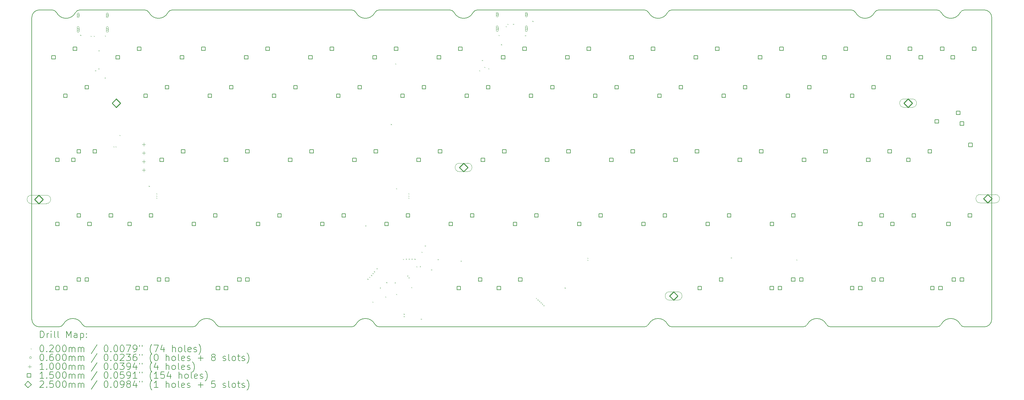
<source format=gbr>
%TF.GenerationSoftware,KiCad,Pcbnew,8.0.4*%
%TF.CreationDate,2024-08-26T20:04:37+02:00*%
%TF.ProjectId,keyboard,6b657962-6f61-4726-942e-6b696361645f,rev?*%
%TF.SameCoordinates,Original*%
%TF.FileFunction,Drillmap*%
%TF.FilePolarity,Positive*%
%FSLAX45Y45*%
G04 Gerber Fmt 4.5, Leading zero omitted, Abs format (unit mm)*
G04 Created by KiCad (PCBNEW 8.0.4) date 2024-08-26 20:04:37*
%MOMM*%
%LPD*%
G01*
G04 APERTURE LIST*
%ADD10C,0.200000*%
%ADD11C,0.100000*%
%ADD12C,0.150000*%
%ADD13C,0.250000*%
G04 APERTURE END LIST*
D10*
X394307Y819354D02*
G75*
G02*
X-164307Y819354I-279307J145646D01*
G01*
X22104443Y-8439355D02*
G75*
G02*
X21971440Y-8520000I-133003J69355D01*
G01*
X17395693Y-8439354D02*
G75*
G02*
X17262690Y-8519999I-133003J69354D01*
G01*
X23400189Y900000D02*
G75*
G02*
X23533196Y819357I11J-149990D01*
G01*
X27345000Y900000D02*
X26767313Y899978D01*
X17262690Y-8520000D02*
X9407311Y-8520000D01*
X-900000Y675000D02*
X-900000Y-8295000D01*
X27345000Y900000D02*
G75*
G02*
X27570000Y675000I0J-225000D01*
G01*
X-97311Y-8520000D02*
X-675000Y-8520000D01*
X3136807Y819355D02*
G75*
G02*
X2578193Y819355I-279307J145645D01*
G01*
X35693Y-8439354D02*
G75*
G02*
X594307Y-8439355I279307J-145646D01*
G01*
X25942692Y899978D02*
X24224811Y900000D01*
X21971440Y-8520000D02*
X18087311Y-8520000D01*
X8582689Y-8520000D02*
X4698561Y-8520000D01*
X24091807Y819355D02*
G75*
G02*
X23533193Y819355I-279307J145645D01*
G01*
X23400189Y900000D02*
X18087311Y899999D01*
X8715693Y-8439354D02*
G75*
G02*
X9274307Y-8439354I279307J-145646D01*
G01*
X4006943Y-8439355D02*
G75*
G02*
X3873939Y-8520000I-133003J69355D01*
G01*
X8582689Y900000D02*
X3269811Y900000D01*
X25942689Y-8520000D02*
X22796061Y-8520000D01*
X17395693Y-8439354D02*
G75*
G02*
X17954307Y-8439355I279307J-145646D01*
G01*
X8715693Y-8439354D02*
G75*
G02*
X8582689Y-8519999I-133003J69354D01*
G01*
X9407311Y-8520000D02*
G75*
G02*
X9274310Y-8439353I10J150010D01*
G01*
X11493939Y900000D02*
G75*
G02*
X11626948Y819358I1J-150010D01*
G01*
X-675000Y-8520000D02*
G75*
G02*
X-900000Y-8295000I0J225000D01*
G01*
X26075693Y-8439354D02*
G75*
G02*
X25942689Y-8519999I-133003J69354D01*
G01*
X727311Y-8520000D02*
G75*
G02*
X594307Y-8439355I4J150008D01*
G01*
X2445189Y900000D02*
X527311Y900000D01*
X3136807Y819355D02*
G75*
G02*
X3269811Y899999I133003J-69355D01*
G01*
X9274307Y819354D02*
G75*
G02*
X8715693Y819354I-279307J145646D01*
G01*
X25942692Y899978D02*
G75*
G02*
X26075694Y819332I18J-149968D01*
G01*
X24091807Y819355D02*
G75*
G02*
X24224811Y899999I133003J-69355D01*
G01*
X26075693Y-8439354D02*
G75*
G02*
X26634307Y-8439355I279307J-145646D01*
G01*
X2445189Y900000D02*
G75*
G02*
X2578198Y819358I1J-150010D01*
G01*
X4006943Y-8439355D02*
G75*
G02*
X4565557Y-8439355I279307J-145645D01*
G01*
X4698561Y-8520000D02*
G75*
G02*
X4565557Y-8439355I-1J150000D01*
G01*
X11493939Y900000D02*
X9407311Y900000D01*
X18087311Y-8520000D02*
G75*
G02*
X17954302Y-8439357I-1J150010D01*
G01*
X12185557Y819355D02*
G75*
G02*
X12318561Y899999I133003J-69355D01*
G01*
X26767311Y-8520000D02*
G75*
G02*
X26634304Y-8439356I-11J149990D01*
G01*
X9274307Y819354D02*
G75*
G02*
X9407311Y899999I133003J-69354D01*
G01*
X394307Y819354D02*
G75*
G02*
X527311Y899999I133003J-69354D01*
G01*
X17262689Y899999D02*
X12318561Y900000D01*
X35693Y-8439354D02*
G75*
G02*
X-97311Y-8520000I-133004J69355D01*
G01*
X17954307Y819354D02*
G75*
G02*
X18087311Y899999I133003J-69354D01*
G01*
X-900000Y675000D02*
G75*
G02*
X-675000Y900000I225000J0D01*
G01*
X-297311Y900000D02*
X-675000Y900000D01*
X27570000Y-8295000D02*
X27570000Y675000D01*
X17262689Y899999D02*
G75*
G02*
X17395698Y819357I1J-150010D01*
G01*
X22796061Y-8520000D02*
G75*
G02*
X22663057Y-8439355I-1J150000D01*
G01*
X27345000Y-8520000D02*
X26767311Y-8520000D01*
X26634310Y819333D02*
G75*
G02*
X26075691Y819331I-279310J145647D01*
G01*
X-297311Y900000D02*
G75*
G02*
X-164307Y819354I-4J-150008D01*
G01*
X27570000Y-8295000D02*
G75*
G02*
X27345000Y-8520000I-225000J0D01*
G01*
X3873939Y-8520000D02*
X727311Y-8520000D01*
X12185557Y819355D02*
G75*
G02*
X11626943Y819355I-279307J145645D01*
G01*
X26634310Y819333D02*
G75*
G02*
X26767313Y899976I133000J-69353D01*
G01*
X8582689Y900000D02*
G75*
G02*
X8715690Y819353I-9J-150010D01*
G01*
X22104443Y-8439355D02*
G75*
G02*
X22663057Y-8439355I279307J-145645D01*
G01*
X17954307Y819354D02*
G75*
G02*
X17395693Y819354I-279307J145646D01*
G01*
D11*
X540000Y160000D02*
X560000Y140000D01*
X560000Y160000D02*
X540000Y140000D01*
X850000Y130000D02*
X870000Y110000D01*
X870000Y130000D02*
X850000Y110000D01*
X940000Y130000D02*
X960000Y110000D01*
X960000Y130000D02*
X940000Y110000D01*
X979822Y-895178D02*
X999822Y-915178D01*
X999822Y-895178D02*
X979822Y-915178D01*
X1075000Y-840000D02*
X1095000Y-860000D01*
X1095000Y-840000D02*
X1075000Y-860000D01*
X1080000Y-305000D02*
X1100000Y-325000D01*
X1100000Y-305000D02*
X1080000Y-325000D01*
X1260000Y-1110000D02*
X1280000Y-1130000D01*
X1280000Y-1110000D02*
X1260000Y-1130000D01*
X1270000Y140000D02*
X1290000Y120000D01*
X1290000Y140000D02*
X1270000Y120000D01*
X1525000Y-3155000D02*
X1545000Y-3175000D01*
X1545000Y-3155000D02*
X1525000Y-3175000D01*
X1585000Y-3155000D02*
X1605000Y-3175000D01*
X1605000Y-3155000D02*
X1585000Y-3175000D01*
X1705000Y-2815000D02*
X1725000Y-2835000D01*
X1725000Y-2815000D02*
X1705000Y-2835000D01*
X2570000Y-4330000D02*
X2590000Y-4350000D01*
X2590000Y-4330000D02*
X2570000Y-4350000D01*
X2795000Y-4555000D02*
X2815000Y-4575000D01*
X2815000Y-4555000D02*
X2795000Y-4575000D01*
X2795000Y-4620000D02*
X2815000Y-4640000D01*
X2815000Y-4620000D02*
X2795000Y-4640000D01*
X2795000Y-4680000D02*
X2815000Y-4700000D01*
X2815000Y-4680000D02*
X2795000Y-4700000D01*
X8995000Y-5505000D02*
X9015000Y-5525000D01*
X9015000Y-5505000D02*
X8995000Y-5525000D01*
X9055000Y-7090000D02*
X9075000Y-7110000D01*
X9075000Y-7090000D02*
X9055000Y-7110000D01*
X9110000Y-7035000D02*
X9130000Y-7055000D01*
X9130000Y-7035000D02*
X9110000Y-7055000D01*
X9165000Y-6980000D02*
X9185000Y-7000000D01*
X9185000Y-6980000D02*
X9165000Y-7000000D01*
X9205000Y-7770000D02*
X9225000Y-7790000D01*
X9225000Y-7770000D02*
X9205000Y-7790000D01*
X9210000Y-6925000D02*
X9230000Y-6945000D01*
X9230000Y-6925000D02*
X9210000Y-6945000D01*
X9250000Y-6870000D02*
X9270000Y-6890000D01*
X9270000Y-6870000D02*
X9250000Y-6890000D01*
X9327500Y-6777500D02*
X9347500Y-6797500D01*
X9347500Y-6777500D02*
X9327500Y-6797500D01*
X9425000Y-7350000D02*
X9445000Y-7370000D01*
X9445000Y-7350000D02*
X9425000Y-7370000D01*
X9585000Y-7620000D02*
X9605000Y-7640000D01*
X9605000Y-7620000D02*
X9585000Y-7640000D01*
X9615000Y-7190000D02*
X9635000Y-7210000D01*
X9635000Y-7190000D02*
X9615000Y-7210000D01*
X9750000Y-2490000D02*
X9770000Y-2510000D01*
X9770000Y-2490000D02*
X9750000Y-2510000D01*
X9865000Y-7200000D02*
X9885000Y-7220000D01*
X9885000Y-7200000D02*
X9865000Y-7220000D01*
X9880000Y-692500D02*
X9900000Y-712500D01*
X9900000Y-692500D02*
X9880000Y-712500D01*
X9905000Y-4400000D02*
X9925000Y-4420000D01*
X9925000Y-4400000D02*
X9905000Y-4420000D01*
X9905000Y-7540000D02*
X9925000Y-7560000D01*
X9925000Y-7540000D02*
X9905000Y-7560000D01*
X10112500Y-6497500D02*
X10132500Y-6517500D01*
X10132500Y-6497500D02*
X10112500Y-6517500D01*
X10130000Y-8130000D02*
X10150000Y-8150000D01*
X10150000Y-8130000D02*
X10130000Y-8150000D01*
X10130000Y-8200000D02*
X10150000Y-8220000D01*
X10150000Y-8200000D02*
X10130000Y-8220000D01*
X10197000Y-6497000D02*
X10217000Y-6517000D01*
X10217000Y-6497000D02*
X10197000Y-6517000D01*
X10235000Y-6995000D02*
X10255000Y-7015000D01*
X10255000Y-6995000D02*
X10235000Y-7015000D01*
X10270000Y-4555000D02*
X10290000Y-4575000D01*
X10290000Y-4555000D02*
X10270000Y-4575000D01*
X10270000Y-4620000D02*
X10290000Y-4640000D01*
X10290000Y-4620000D02*
X10270000Y-4640000D01*
X10270000Y-4680000D02*
X10290000Y-4700000D01*
X10290000Y-4680000D02*
X10270000Y-4700000D01*
X10275000Y-7050000D02*
X10295000Y-7070000D01*
X10295000Y-7050000D02*
X10275000Y-7070000D01*
X10281913Y-6496913D02*
X10301913Y-6516913D01*
X10301913Y-6496913D02*
X10281913Y-6516913D01*
X10355000Y-7340000D02*
X10375000Y-7360000D01*
X10375000Y-7340000D02*
X10355000Y-7360000D01*
X10366839Y-6496839D02*
X10386839Y-6516839D01*
X10386839Y-6496839D02*
X10366839Y-6516839D01*
X10451766Y-6496766D02*
X10471766Y-6516766D01*
X10471766Y-6496766D02*
X10451766Y-6516766D01*
X10507500Y-6722500D02*
X10527500Y-6742500D01*
X10527500Y-6722500D02*
X10507500Y-6742500D01*
X10610000Y-6715000D02*
X10630000Y-6735000D01*
X10630000Y-6715000D02*
X10610000Y-6735000D01*
X10640000Y-8280000D02*
X10660000Y-8300000D01*
X10660000Y-8280000D02*
X10640000Y-8300000D01*
X10658532Y-6290000D02*
X10678532Y-6310000D01*
X10678532Y-6290000D02*
X10658532Y-6310000D01*
X10759339Y-6104339D02*
X10779339Y-6124339D01*
X10779339Y-6104339D02*
X10759339Y-6124339D01*
X10945000Y-6815000D02*
X10965000Y-6835000D01*
X10965000Y-6815000D02*
X10945000Y-6835000D01*
X11140000Y-6510000D02*
X11160000Y-6530000D01*
X11160000Y-6510000D02*
X11140000Y-6530000D01*
X11820000Y-6555000D02*
X11840000Y-6575000D01*
X11840000Y-6555000D02*
X11820000Y-6575000D01*
X12370000Y-895000D02*
X12390000Y-915000D01*
X12390000Y-895000D02*
X12370000Y-915000D01*
X12450000Y-590000D02*
X12470000Y-610000D01*
X12470000Y-590000D02*
X12450000Y-610000D01*
X12525000Y-795000D02*
X12545000Y-815000D01*
X12545000Y-795000D02*
X12525000Y-815000D01*
X12640000Y-835000D02*
X12660000Y-855000D01*
X12660000Y-835000D02*
X12640000Y-855000D01*
X12945000Y155000D02*
X12965000Y135000D01*
X12965000Y155000D02*
X12945000Y135000D01*
X13020000Y-120000D02*
X13040000Y-140000D01*
X13040000Y-120000D02*
X13020000Y-140000D01*
X13160000Y415000D02*
X13180000Y395000D01*
X13180000Y415000D02*
X13160000Y395000D01*
X13210000Y485000D02*
X13230000Y465000D01*
X13230000Y485000D02*
X13210000Y465000D01*
X13375000Y485000D02*
X13395000Y465000D01*
X13395000Y485000D02*
X13375000Y465000D01*
X13730000Y145000D02*
X13750000Y125000D01*
X13750000Y145000D02*
X13730000Y125000D01*
X13950000Y572500D02*
X13970000Y552500D01*
X13970000Y572500D02*
X13950000Y552500D01*
X14057500Y-7662500D02*
X14077500Y-7682500D01*
X14077500Y-7662500D02*
X14057500Y-7682500D01*
X14102500Y-7707500D02*
X14122500Y-7727500D01*
X14122500Y-7707500D02*
X14102500Y-7727500D01*
X14147500Y-7747500D02*
X14167500Y-7767500D01*
X14167500Y-7747500D02*
X14147500Y-7767500D01*
X14189927Y-7789927D02*
X14209927Y-7809927D01*
X14209927Y-7789927D02*
X14189927Y-7809927D01*
X14232500Y-7832500D02*
X14252500Y-7852500D01*
X14252500Y-7832500D02*
X14232500Y-7852500D01*
X14275000Y-7875000D02*
X14295000Y-7895000D01*
X14295000Y-7875000D02*
X14275000Y-7895000D01*
X14907500Y-7350000D02*
X14927500Y-7370000D01*
X14927500Y-7350000D02*
X14907500Y-7370000D01*
X15580000Y-6465000D02*
X15600000Y-6485000D01*
X15600000Y-6465000D02*
X15580000Y-6485000D01*
X15580000Y-6525000D02*
X15600000Y-6545000D01*
X15600000Y-6525000D02*
X15580000Y-6545000D01*
X19835000Y-6460000D02*
X19855000Y-6480000D01*
X19855000Y-6460000D02*
X19835000Y-6480000D01*
X21775000Y-6515000D02*
X21795000Y-6535000D01*
X21795000Y-6515000D02*
X21775000Y-6535000D01*
X503000Y740000D02*
G75*
G02*
X443000Y740000I-30000J0D01*
G01*
X443000Y740000D02*
G75*
G02*
X503000Y740000I30000J0D01*
G01*
X443000Y780000D02*
X443000Y700000D01*
X503000Y700000D02*
G75*
G02*
X443000Y700000I-30000J0D01*
G01*
X503000Y700000D02*
X503000Y780000D01*
X503000Y780000D02*
G75*
G03*
X443000Y780000I-30000J0D01*
G01*
X503000Y320000D02*
G75*
G02*
X443000Y320000I-30000J0D01*
G01*
X443000Y320000D02*
G75*
G02*
X503000Y320000I30000J0D01*
G01*
X443000Y375000D02*
X443000Y265000D01*
X503000Y265000D02*
G75*
G02*
X443000Y265000I-30000J0D01*
G01*
X503000Y265000D02*
X503000Y375000D01*
X503000Y375000D02*
G75*
G03*
X443000Y375000I-30000J0D01*
G01*
X1367000Y740000D02*
G75*
G02*
X1307000Y740000I-30000J0D01*
G01*
X1307000Y740000D02*
G75*
G02*
X1367000Y740000I30000J0D01*
G01*
X1307000Y780000D02*
X1307000Y700000D01*
X1367000Y700000D02*
G75*
G02*
X1307000Y700000I-30000J0D01*
G01*
X1367000Y700000D02*
X1367000Y780000D01*
X1367000Y780000D02*
G75*
G03*
X1307000Y780000I-30000J0D01*
G01*
X1367000Y320000D02*
G75*
G02*
X1307000Y320000I-30000J0D01*
G01*
X1307000Y320000D02*
G75*
G02*
X1367000Y320000I30000J0D01*
G01*
X1307000Y375000D02*
X1307000Y265000D01*
X1367000Y265000D02*
G75*
G02*
X1307000Y265000I-30000J0D01*
G01*
X1367000Y265000D02*
X1367000Y375000D01*
X1367000Y375000D02*
G75*
G03*
X1307000Y375000I-30000J0D01*
G01*
X12933000Y760000D02*
G75*
G02*
X12873000Y760000I-30000J0D01*
G01*
X12873000Y760000D02*
G75*
G02*
X12933000Y760000I30000J0D01*
G01*
X12873000Y800000D02*
X12873000Y720000D01*
X12933000Y720000D02*
G75*
G02*
X12873000Y720000I-30000J0D01*
G01*
X12933000Y720000D02*
X12933000Y800000D01*
X12933000Y800000D02*
G75*
G03*
X12873000Y800000I-30000J0D01*
G01*
X12933000Y340000D02*
G75*
G02*
X12873000Y340000I-30000J0D01*
G01*
X12873000Y340000D02*
G75*
G02*
X12933000Y340000I30000J0D01*
G01*
X12873000Y395000D02*
X12873000Y285000D01*
X12933000Y285000D02*
G75*
G02*
X12873000Y285000I-30000J0D01*
G01*
X12933000Y285000D02*
X12933000Y395000D01*
X12933000Y395000D02*
G75*
G03*
X12873000Y395000I-30000J0D01*
G01*
X13797000Y760000D02*
G75*
G02*
X13737000Y760000I-30000J0D01*
G01*
X13737000Y760000D02*
G75*
G02*
X13797000Y760000I30000J0D01*
G01*
X13737000Y800000D02*
X13737000Y720000D01*
X13797000Y720000D02*
G75*
G02*
X13737000Y720000I-30000J0D01*
G01*
X13797000Y720000D02*
X13797000Y800000D01*
X13797000Y800000D02*
G75*
G03*
X13737000Y800000I-30000J0D01*
G01*
X13797000Y340000D02*
G75*
G02*
X13737000Y340000I-30000J0D01*
G01*
X13737000Y340000D02*
G75*
G02*
X13797000Y340000I30000J0D01*
G01*
X13737000Y395000D02*
X13737000Y285000D01*
X13797000Y285000D02*
G75*
G02*
X13737000Y285000I-30000J0D01*
G01*
X13797000Y285000D02*
X13797000Y395000D01*
X13797000Y395000D02*
G75*
G03*
X13737000Y395000I-30000J0D01*
G01*
X2420000Y-3050000D02*
X2420000Y-3150000D01*
X2370000Y-3100000D02*
X2470000Y-3100000D01*
X2420000Y-3304000D02*
X2420000Y-3404000D01*
X2370000Y-3354000D02*
X2470000Y-3354000D01*
X2420000Y-3558000D02*
X2420000Y-3658000D01*
X2370000Y-3608000D02*
X2470000Y-3608000D01*
X2420000Y-3812000D02*
X2420000Y-3912000D01*
X2370000Y-3862000D02*
X2470000Y-3862000D01*
D12*
X-200966Y-561034D02*
X-200966Y-454966D01*
X-307034Y-454966D01*
X-307034Y-561034D01*
X-200966Y-561034D01*
X-89966Y-5514034D02*
X-89966Y-5407967D01*
X-196033Y-5407967D01*
X-196033Y-5514034D01*
X-89966Y-5514034D01*
X-89841Y-7419033D02*
X-89841Y-7312966D01*
X-195908Y-7312966D01*
X-195908Y-7419033D01*
X-89841Y-7419033D01*
X-89466Y-3609033D02*
X-89466Y-3502966D01*
X-195533Y-3502966D01*
X-195533Y-3609033D01*
X-89466Y-3609033D01*
X148284Y-1704033D02*
X148284Y-1597966D01*
X42217Y-1597966D01*
X42217Y-1704033D01*
X148284Y-1704033D01*
X150159Y-7419033D02*
X150159Y-7312966D01*
X44091Y-7312966D01*
X44091Y-7419033D01*
X150159Y-7419033D01*
X386408Y-3609033D02*
X386408Y-3502966D01*
X280342Y-3502966D01*
X280342Y-3609033D01*
X386408Y-3609033D01*
X434033Y-307034D02*
X434033Y-200966D01*
X327967Y-200966D01*
X327967Y-307034D01*
X434033Y-307034D01*
X545034Y-5260034D02*
X545034Y-5153967D01*
X438966Y-5153967D01*
X438966Y-5260034D01*
X545034Y-5260034D01*
X545159Y-7165033D02*
X545159Y-7058966D01*
X439091Y-7058966D01*
X439091Y-7165033D01*
X545159Y-7165033D01*
X545534Y-3355033D02*
X545534Y-3248966D01*
X439466Y-3248966D01*
X439466Y-3355033D01*
X545534Y-3355033D01*
X783283Y-1450033D02*
X783283Y-1343967D01*
X677217Y-1343967D01*
X677217Y-1450033D01*
X783283Y-1450033D01*
X785158Y-7165033D02*
X785158Y-7058966D01*
X679092Y-7058966D01*
X679092Y-7165033D01*
X785158Y-7165033D01*
X862658Y-5514034D02*
X862658Y-5407967D01*
X756591Y-5407967D01*
X756591Y-5514034D01*
X862658Y-5514034D01*
X1021408Y-3355033D02*
X1021408Y-3248966D01*
X915341Y-3248966D01*
X915341Y-3355033D01*
X1021408Y-3355033D01*
X1497658Y-5260034D02*
X1497658Y-5153967D01*
X1391592Y-5153967D01*
X1391592Y-5260034D01*
X1497658Y-5260034D01*
X1704033Y-561034D02*
X1704033Y-454966D01*
X1597966Y-454966D01*
X1597966Y-561034D01*
X1704033Y-561034D01*
X2052033Y-5514034D02*
X2052033Y-5407967D01*
X1945966Y-5407967D01*
X1945966Y-5514034D01*
X2052033Y-5514034D01*
X2292034Y-7419033D02*
X2292034Y-7312966D01*
X2185967Y-7312966D01*
X2185967Y-7419033D01*
X2292034Y-7419033D01*
X2339034Y-307034D02*
X2339034Y-200966D01*
X2232967Y-200966D01*
X2232967Y-307034D01*
X2339034Y-307034D01*
X2529534Y-1704033D02*
X2529534Y-1597966D01*
X2423467Y-1597966D01*
X2423467Y-1704033D01*
X2529534Y-1704033D01*
X2532034Y-7419033D02*
X2532034Y-7312966D01*
X2425967Y-7312966D01*
X2425967Y-7419033D01*
X2532034Y-7419033D01*
X2687034Y-5260034D02*
X2687034Y-5153967D01*
X2580967Y-5153967D01*
X2580967Y-5260034D01*
X2687034Y-5260034D01*
X2927033Y-7165033D02*
X2927033Y-7058966D01*
X2820966Y-7058966D01*
X2820966Y-7165033D01*
X2927033Y-7165033D01*
X3005783Y-3609033D02*
X3005783Y-3502966D01*
X2899716Y-3502966D01*
X2899716Y-3609033D01*
X3005783Y-3609033D01*
X3164533Y-1450033D02*
X3164533Y-1343967D01*
X3058466Y-1343967D01*
X3058466Y-1450033D01*
X3164533Y-1450033D01*
X3167033Y-7165033D02*
X3167033Y-7058966D01*
X3060966Y-7058966D01*
X3060966Y-7165033D01*
X3167033Y-7165033D01*
X3609033Y-561034D02*
X3609033Y-454966D01*
X3502966Y-454966D01*
X3502966Y-561034D01*
X3609033Y-561034D01*
X3640783Y-3355033D02*
X3640783Y-3248966D01*
X3534716Y-3248966D01*
X3534716Y-3355033D01*
X3640783Y-3355033D01*
X3958283Y-5514034D02*
X3958283Y-5407967D01*
X3852216Y-5407967D01*
X3852216Y-5514034D01*
X3958283Y-5514034D01*
X4244034Y-307034D02*
X4244034Y-200966D01*
X4137966Y-200966D01*
X4137966Y-307034D01*
X4244034Y-307034D01*
X4434534Y-1704033D02*
X4434534Y-1597966D01*
X4328467Y-1597966D01*
X4328467Y-1704033D01*
X4434534Y-1704033D01*
X4593284Y-5260034D02*
X4593284Y-5153967D01*
X4487217Y-5153967D01*
X4487217Y-5260034D01*
X4593284Y-5260034D01*
X4672659Y-7419033D02*
X4672659Y-7312966D01*
X4566592Y-7312966D01*
X4566592Y-7419033D01*
X4672659Y-7419033D01*
X4910784Y-3609033D02*
X4910784Y-3502966D01*
X4804717Y-3502966D01*
X4804717Y-3609033D01*
X4910784Y-3609033D01*
X4912659Y-7419033D02*
X4912659Y-7312966D01*
X4806592Y-7312966D01*
X4806592Y-7419033D01*
X4912659Y-7419033D01*
X5069534Y-1450033D02*
X5069534Y-1343967D01*
X4963467Y-1343967D01*
X4963467Y-1450033D01*
X5069534Y-1450033D01*
X5307659Y-7165033D02*
X5307659Y-7058966D01*
X5201592Y-7058966D01*
X5201592Y-7165033D01*
X5307659Y-7165033D01*
X5514034Y-561034D02*
X5514034Y-454966D01*
X5407967Y-454966D01*
X5407967Y-561034D01*
X5514034Y-561034D01*
X5545784Y-3355033D02*
X5545784Y-3248966D01*
X5439717Y-3248966D01*
X5439717Y-3355033D01*
X5545784Y-3355033D01*
X5547659Y-7165033D02*
X5547659Y-7058966D01*
X5441592Y-7058966D01*
X5441592Y-7165033D01*
X5547659Y-7165033D01*
X5863283Y-5514034D02*
X5863283Y-5407967D01*
X5757216Y-5407967D01*
X5757216Y-5514034D01*
X5863283Y-5514034D01*
X6149033Y-307034D02*
X6149033Y-200966D01*
X6042966Y-200966D01*
X6042966Y-307034D01*
X6149033Y-307034D01*
X6339533Y-1704033D02*
X6339533Y-1597966D01*
X6233466Y-1597966D01*
X6233466Y-1704033D01*
X6339533Y-1704033D01*
X6498283Y-5260034D02*
X6498283Y-5153967D01*
X6392216Y-5153967D01*
X6392216Y-5260034D01*
X6498283Y-5260034D01*
X6815783Y-3609033D02*
X6815783Y-3502966D01*
X6709716Y-3502966D01*
X6709716Y-3609033D01*
X6815783Y-3609033D01*
X6974533Y-1450033D02*
X6974533Y-1343967D01*
X6868466Y-1343967D01*
X6868466Y-1450033D01*
X6974533Y-1450033D01*
X7419033Y-561034D02*
X7419033Y-454966D01*
X7312966Y-454966D01*
X7312966Y-561034D01*
X7419033Y-561034D01*
X7450783Y-3355033D02*
X7450783Y-3248966D01*
X7344716Y-3248966D01*
X7344716Y-3355033D01*
X7450783Y-3355033D01*
X7768283Y-5514034D02*
X7768283Y-5407967D01*
X7662216Y-5407967D01*
X7662216Y-5514034D01*
X7768283Y-5514034D01*
X8054033Y-307034D02*
X8054033Y-200966D01*
X7947966Y-200966D01*
X7947966Y-307034D01*
X8054033Y-307034D01*
X8244533Y-1704033D02*
X8244533Y-1597966D01*
X8138466Y-1597966D01*
X8138466Y-1704033D01*
X8244533Y-1704033D01*
X8403284Y-5260034D02*
X8403284Y-5153967D01*
X8297216Y-5153967D01*
X8297216Y-5260034D01*
X8403284Y-5260034D01*
X8720784Y-3609033D02*
X8720784Y-3502966D01*
X8614717Y-3502966D01*
X8614717Y-3609033D01*
X8720784Y-3609033D01*
X8879534Y-1450033D02*
X8879534Y-1343967D01*
X8773467Y-1343967D01*
X8773467Y-1450033D01*
X8879534Y-1450033D01*
X9324034Y-561034D02*
X9324034Y-454966D01*
X9217967Y-454966D01*
X9217967Y-561034D01*
X9324034Y-561034D01*
X9355784Y-3355033D02*
X9355784Y-3248966D01*
X9249717Y-3248966D01*
X9249717Y-3355033D01*
X9355784Y-3355033D01*
X9673284Y-5514034D02*
X9673284Y-5407967D01*
X9567217Y-5407967D01*
X9567217Y-5514034D01*
X9673284Y-5514034D01*
X9959034Y-307034D02*
X9959034Y-200966D01*
X9852967Y-200966D01*
X9852967Y-307034D01*
X9959034Y-307034D01*
X10149534Y-1704033D02*
X10149534Y-1597966D01*
X10043467Y-1597966D01*
X10043467Y-1704033D01*
X10149534Y-1704033D01*
X10308284Y-5260034D02*
X10308284Y-5153967D01*
X10202217Y-5153967D01*
X10202217Y-5260034D01*
X10308284Y-5260034D01*
X10625784Y-3609033D02*
X10625784Y-3502966D01*
X10519717Y-3502966D01*
X10519717Y-3609033D01*
X10625784Y-3609033D01*
X10784534Y-1450033D02*
X10784534Y-1343967D01*
X10678467Y-1343967D01*
X10678467Y-1450033D01*
X10784534Y-1450033D01*
X11229033Y-561034D02*
X11229033Y-454966D01*
X11122967Y-454966D01*
X11122967Y-561034D01*
X11229033Y-561034D01*
X11260783Y-3355033D02*
X11260783Y-3248966D01*
X11154717Y-3248966D01*
X11154717Y-3355033D01*
X11260783Y-3355033D01*
X11578283Y-5514034D02*
X11578283Y-5407967D01*
X11472216Y-5407967D01*
X11472216Y-5514034D01*
X11578283Y-5514034D01*
X11816408Y-7419033D02*
X11816408Y-7312966D01*
X11710341Y-7312966D01*
X11710341Y-7419033D01*
X11816408Y-7419033D01*
X11864033Y-307034D02*
X11864033Y-200966D01*
X11757966Y-200966D01*
X11757966Y-307034D01*
X11864033Y-307034D01*
X12054533Y-1704033D02*
X12054533Y-1597966D01*
X11948466Y-1597966D01*
X11948466Y-1704033D01*
X12054533Y-1704033D01*
X12213283Y-5260034D02*
X12213283Y-5153967D01*
X12107216Y-5153967D01*
X12107216Y-5260034D01*
X12213283Y-5260034D01*
X12451408Y-7165033D02*
X12451408Y-7058966D01*
X12345341Y-7058966D01*
X12345341Y-7165033D01*
X12451408Y-7165033D01*
X12530783Y-3609033D02*
X12530783Y-3502966D01*
X12424716Y-3502966D01*
X12424716Y-3609033D01*
X12530783Y-3609033D01*
X12689533Y-1450033D02*
X12689533Y-1343967D01*
X12583466Y-1343967D01*
X12583466Y-1450033D01*
X12689533Y-1450033D01*
X13007033Y-7419160D02*
X13007033Y-7313093D01*
X12900966Y-7313093D01*
X12900966Y-7419160D01*
X13007033Y-7419160D01*
X13134033Y-561034D02*
X13134033Y-454966D01*
X13027966Y-454966D01*
X13027966Y-561034D01*
X13134033Y-561034D01*
X13165783Y-3355033D02*
X13165783Y-3248966D01*
X13059716Y-3248966D01*
X13059716Y-3355033D01*
X13165783Y-3355033D01*
X13483283Y-5514034D02*
X13483283Y-5407967D01*
X13377216Y-5407967D01*
X13377216Y-5514034D01*
X13483283Y-5514034D01*
X13642033Y-7165160D02*
X13642033Y-7059093D01*
X13535966Y-7059093D01*
X13535966Y-7165160D01*
X13642033Y-7165160D01*
X13769033Y-307034D02*
X13769033Y-200966D01*
X13662966Y-200966D01*
X13662966Y-307034D01*
X13769033Y-307034D01*
X13959533Y-1704033D02*
X13959533Y-1597966D01*
X13853466Y-1597966D01*
X13853466Y-1704033D01*
X13959533Y-1704033D01*
X14118283Y-5260034D02*
X14118283Y-5153967D01*
X14012216Y-5153967D01*
X14012216Y-5260034D01*
X14118283Y-5260034D01*
X14435783Y-3609033D02*
X14435783Y-3502966D01*
X14329716Y-3502966D01*
X14329716Y-3609033D01*
X14435783Y-3609033D01*
X14594533Y-1450033D02*
X14594533Y-1343967D01*
X14488466Y-1343967D01*
X14488466Y-1450033D01*
X14594533Y-1450033D01*
X15039033Y-561034D02*
X15039033Y-454966D01*
X14932966Y-454966D01*
X14932966Y-561034D01*
X15039033Y-561034D01*
X15070783Y-3355033D02*
X15070783Y-3248966D01*
X14964716Y-3248966D01*
X14964716Y-3355033D01*
X15070783Y-3355033D01*
X15388283Y-5514034D02*
X15388283Y-5407967D01*
X15282216Y-5407967D01*
X15282216Y-5514034D01*
X15388283Y-5514034D01*
X15674033Y-307034D02*
X15674033Y-200966D01*
X15567966Y-200966D01*
X15567966Y-307034D01*
X15674033Y-307034D01*
X15864533Y-1704033D02*
X15864533Y-1597966D01*
X15758466Y-1597966D01*
X15758466Y-1704033D01*
X15864533Y-1704033D01*
X16023283Y-5260034D02*
X16023283Y-5153967D01*
X15917216Y-5153967D01*
X15917216Y-5260034D01*
X16023283Y-5260034D01*
X16340783Y-3609033D02*
X16340783Y-3502966D01*
X16234716Y-3502966D01*
X16234716Y-3609033D01*
X16340783Y-3609033D01*
X16499533Y-1450033D02*
X16499533Y-1343967D01*
X16393466Y-1343967D01*
X16393466Y-1450033D01*
X16499533Y-1450033D01*
X16944034Y-561034D02*
X16944034Y-454966D01*
X16837967Y-454966D01*
X16837967Y-561034D01*
X16944034Y-561034D01*
X16975784Y-3355033D02*
X16975784Y-3248966D01*
X16869717Y-3248966D01*
X16869717Y-3355033D01*
X16975784Y-3355033D01*
X17293284Y-5514034D02*
X17293284Y-5407967D01*
X17187217Y-5407967D01*
X17187217Y-5514034D01*
X17293284Y-5514034D01*
X17579034Y-307034D02*
X17579034Y-200966D01*
X17472967Y-200966D01*
X17472967Y-307034D01*
X17579034Y-307034D01*
X17769534Y-1704033D02*
X17769534Y-1597966D01*
X17663467Y-1597966D01*
X17663467Y-1704033D01*
X17769534Y-1704033D01*
X17928284Y-5260034D02*
X17928284Y-5153967D01*
X17822217Y-5153967D01*
X17822217Y-5260034D01*
X17928284Y-5260034D01*
X18245784Y-3609033D02*
X18245784Y-3502966D01*
X18139717Y-3502966D01*
X18139717Y-3609033D01*
X18245784Y-3609033D01*
X18404534Y-1450033D02*
X18404534Y-1343967D01*
X18298467Y-1343967D01*
X18298467Y-1450033D01*
X18404534Y-1450033D01*
X18849034Y-561034D02*
X18849034Y-454966D01*
X18742967Y-454966D01*
X18742967Y-561034D01*
X18849034Y-561034D01*
X18880784Y-3355033D02*
X18880784Y-3248966D01*
X18774717Y-3248966D01*
X18774717Y-3355033D01*
X18880784Y-3355033D01*
X18960159Y-7419033D02*
X18960159Y-7312966D01*
X18854092Y-7312966D01*
X18854092Y-7419033D01*
X18960159Y-7419033D01*
X19198284Y-5514034D02*
X19198284Y-5407967D01*
X19092217Y-5407967D01*
X19092217Y-5514034D01*
X19198284Y-5514034D01*
X19484034Y-307034D02*
X19484034Y-200966D01*
X19377967Y-200966D01*
X19377967Y-307034D01*
X19484034Y-307034D01*
X19595159Y-7165033D02*
X19595159Y-7058966D01*
X19489092Y-7058966D01*
X19489092Y-7165033D01*
X19595159Y-7165033D01*
X19674534Y-1704033D02*
X19674534Y-1597966D01*
X19568467Y-1597966D01*
X19568467Y-1704033D01*
X19674534Y-1704033D01*
X19833284Y-5260034D02*
X19833284Y-5153967D01*
X19727217Y-5153967D01*
X19727217Y-5260034D01*
X19833284Y-5260034D01*
X20150784Y-3609033D02*
X20150784Y-3502966D01*
X20044717Y-3502966D01*
X20044717Y-3609033D01*
X20150784Y-3609033D01*
X20309534Y-1450033D02*
X20309534Y-1343967D01*
X20203467Y-1343967D01*
X20203467Y-1450033D01*
X20309534Y-1450033D01*
X20754034Y-561034D02*
X20754034Y-454966D01*
X20647967Y-454966D01*
X20647967Y-561034D01*
X20754034Y-561034D01*
X20785784Y-3355033D02*
X20785784Y-3248966D01*
X20679717Y-3248966D01*
X20679717Y-3355033D01*
X20785784Y-3355033D01*
X21101409Y-7419033D02*
X21101409Y-7312966D01*
X20995342Y-7312966D01*
X20995342Y-7419033D01*
X21101409Y-7419033D01*
X21103284Y-5514034D02*
X21103284Y-5407967D01*
X20997217Y-5407967D01*
X20997217Y-5514034D01*
X21103284Y-5514034D01*
X21341409Y-7419033D02*
X21341409Y-7312966D01*
X21235342Y-7312966D01*
X21235342Y-7419033D01*
X21341409Y-7419033D01*
X21389034Y-307034D02*
X21389034Y-200966D01*
X21282967Y-200966D01*
X21282967Y-307034D01*
X21389034Y-307034D01*
X21579534Y-1704033D02*
X21579534Y-1597966D01*
X21473467Y-1597966D01*
X21473467Y-1704033D01*
X21579534Y-1704033D01*
X21736409Y-7165033D02*
X21736409Y-7058966D01*
X21630342Y-7058966D01*
X21630342Y-7165033D01*
X21736409Y-7165033D01*
X21738284Y-5260034D02*
X21738284Y-5153967D01*
X21632217Y-5153967D01*
X21632217Y-5260034D01*
X21738284Y-5260034D01*
X21976409Y-7165033D02*
X21976409Y-7058966D01*
X21870342Y-7058966D01*
X21870342Y-7165033D01*
X21976409Y-7165033D01*
X22055784Y-3609033D02*
X22055784Y-3502966D01*
X21949717Y-3502966D01*
X21949717Y-3609033D01*
X22055784Y-3609033D01*
X22214534Y-1450033D02*
X22214534Y-1343967D01*
X22108467Y-1343967D01*
X22108467Y-1450033D01*
X22214534Y-1450033D01*
X22659033Y-561034D02*
X22659033Y-454966D01*
X22552966Y-454966D01*
X22552966Y-561034D01*
X22659033Y-561034D01*
X22690783Y-3355033D02*
X22690783Y-3248966D01*
X22584716Y-3248966D01*
X22584716Y-3355033D01*
X22690783Y-3355033D01*
X23294033Y-307034D02*
X23294033Y-200966D01*
X23187966Y-200966D01*
X23187966Y-307034D01*
X23294033Y-307034D01*
X23482658Y-7419033D02*
X23482658Y-7312966D01*
X23376591Y-7312966D01*
X23376591Y-7419033D01*
X23482658Y-7419033D01*
X23484533Y-1704033D02*
X23484533Y-1597966D01*
X23378466Y-1597966D01*
X23378466Y-1704033D01*
X23484533Y-1704033D01*
X23722033Y-5514034D02*
X23722033Y-5407967D01*
X23615966Y-5407967D01*
X23615966Y-5514034D01*
X23722033Y-5514034D01*
X23722658Y-7419033D02*
X23722658Y-7312966D01*
X23616591Y-7312966D01*
X23616591Y-7419033D01*
X23722658Y-7419033D01*
X23962033Y-3609033D02*
X23962033Y-3502966D01*
X23855966Y-3502966D01*
X23855966Y-3609033D01*
X23962033Y-3609033D01*
X24117658Y-7165033D02*
X24117658Y-7058966D01*
X24011591Y-7058966D01*
X24011591Y-7165033D01*
X24117658Y-7165033D01*
X24119533Y-1450033D02*
X24119533Y-1343967D01*
X24013466Y-1343967D01*
X24013466Y-1450033D01*
X24119533Y-1450033D01*
X24357033Y-5260034D02*
X24357033Y-5153967D01*
X24250966Y-5153967D01*
X24250966Y-5260034D01*
X24357033Y-5260034D01*
X24357658Y-7165033D02*
X24357658Y-7058966D01*
X24251591Y-7058966D01*
X24251591Y-7165033D01*
X24357658Y-7165033D01*
X24564033Y-561034D02*
X24564033Y-454966D01*
X24457966Y-454966D01*
X24457966Y-561034D01*
X24564033Y-561034D01*
X24597033Y-3355033D02*
X24597033Y-3248966D01*
X24490966Y-3248966D01*
X24490966Y-3355033D01*
X24597033Y-3355033D01*
X24675158Y-5514034D02*
X24675158Y-5407967D01*
X24569091Y-5407967D01*
X24569091Y-5514034D01*
X24675158Y-5514034D01*
X25151408Y-3609033D02*
X25151408Y-3502966D01*
X25045341Y-3502966D01*
X25045341Y-3609033D01*
X25151408Y-3609033D01*
X25199033Y-307034D02*
X25199033Y-200966D01*
X25092966Y-200966D01*
X25092966Y-307034D01*
X25199033Y-307034D01*
X25310158Y-5260034D02*
X25310158Y-5153967D01*
X25204091Y-5153967D01*
X25204091Y-5260034D01*
X25310158Y-5260034D01*
X25519033Y-561034D02*
X25519033Y-454966D01*
X25412966Y-454966D01*
X25412966Y-561034D01*
X25519033Y-561034D01*
X25786408Y-3355033D02*
X25786408Y-3248966D01*
X25680341Y-3248966D01*
X25680341Y-3355033D01*
X25786408Y-3355033D01*
X25863908Y-7419033D02*
X25863908Y-7312966D01*
X25757841Y-7312966D01*
X25757841Y-7419033D01*
X25863908Y-7419033D01*
X25992783Y-2466034D02*
X25992783Y-2359967D01*
X25886716Y-2359967D01*
X25886716Y-2466034D01*
X25992783Y-2466034D01*
X26103908Y-7419033D02*
X26103908Y-7312966D01*
X25997841Y-7312966D01*
X25997841Y-7419033D01*
X26103908Y-7419033D01*
X26154033Y-307034D02*
X26154033Y-200966D01*
X26047966Y-200966D01*
X26047966Y-307034D01*
X26154033Y-307034D01*
X26342033Y-5514034D02*
X26342033Y-5407967D01*
X26235966Y-5407967D01*
X26235966Y-5514034D01*
X26342033Y-5514034D01*
X26469033Y-561034D02*
X26469033Y-454966D01*
X26362966Y-454966D01*
X26362966Y-561034D01*
X26469033Y-561034D01*
X26498908Y-7165033D02*
X26498908Y-7058966D01*
X26392841Y-7058966D01*
X26392841Y-7165033D01*
X26498908Y-7165033D01*
X26627783Y-2212034D02*
X26627783Y-2105967D01*
X26521716Y-2105967D01*
X26521716Y-2212034D01*
X26627783Y-2212034D01*
X26738908Y-7165033D02*
X26738908Y-7058966D01*
X26632841Y-7058966D01*
X26632841Y-7165033D01*
X26738908Y-7165033D01*
X26739033Y-2529034D02*
X26739033Y-2422967D01*
X26632966Y-2422967D01*
X26632966Y-2529034D01*
X26739033Y-2529034D01*
X26977033Y-5260034D02*
X26977033Y-5153967D01*
X26870966Y-5153967D01*
X26870966Y-5260034D01*
X26977033Y-5260034D01*
X26993033Y-3164033D02*
X26993033Y-3057966D01*
X26886966Y-3057966D01*
X26886966Y-3164033D01*
X26993033Y-3164033D01*
X27104033Y-307034D02*
X27104033Y-200966D01*
X26997966Y-200966D01*
X26997966Y-307034D01*
X27104033Y-307034D01*
D13*
X-690000Y-4855000D02*
X-565000Y-4730000D01*
X-690000Y-4605000D01*
X-815000Y-4730000D01*
X-690000Y-4855000D01*
D11*
X-465000Y-4605000D02*
X-915000Y-4605000D01*
X-915000Y-4855000D02*
G75*
G02*
X-915000Y-4605000I0J125000D01*
G01*
X-915000Y-4855000D02*
X-465000Y-4855000D01*
X-465000Y-4855000D02*
G75*
G03*
X-465000Y-4605000I0J125000D01*
G01*
D13*
X1605000Y-1995000D02*
X1730000Y-1870000D01*
X1605000Y-1745000D01*
X1480000Y-1870000D01*
X1605000Y-1995000D01*
X11905000Y-3905000D02*
X12030000Y-3780000D01*
X11905000Y-3655000D01*
X11780000Y-3780000D01*
X11905000Y-3905000D01*
D11*
X12030000Y-3655000D02*
X11780000Y-3655000D01*
X11780000Y-3905000D02*
G75*
G02*
X11780000Y-3655000I0J125000D01*
G01*
X11780000Y-3905000D02*
X12030000Y-3905000D01*
X12030000Y-3905000D02*
G75*
G03*
X12030000Y-3655000I0J125000D01*
G01*
D13*
X18135000Y-7725000D02*
X18260000Y-7600000D01*
X18135000Y-7475000D01*
X18010000Y-7600000D01*
X18135000Y-7725000D01*
D11*
X18260000Y-7475000D02*
X18010000Y-7475000D01*
X18010000Y-7725000D02*
G75*
G02*
X18010000Y-7475000I0J125000D01*
G01*
X18010000Y-7725000D02*
X18260000Y-7725000D01*
X18260000Y-7725000D02*
G75*
G03*
X18260000Y-7475000I0J125000D01*
G01*
D13*
X25090000Y-1995000D02*
X25215000Y-1870000D01*
X25090000Y-1745000D01*
X24965000Y-1870000D01*
X25090000Y-1995000D01*
D11*
X25215000Y-1745000D02*
X24965000Y-1745000D01*
X24965000Y-1995000D02*
G75*
G02*
X24965000Y-1745000I0J125000D01*
G01*
X24965000Y-1995000D02*
X25215000Y-1995000D01*
X25215000Y-1995000D02*
G75*
G03*
X25215000Y-1745000I0J125000D01*
G01*
D13*
X27450000Y-4835000D02*
X27575000Y-4710000D01*
X27450000Y-4585000D01*
X27325000Y-4710000D01*
X27450000Y-4835000D01*
D11*
X27675000Y-4585000D02*
X27225000Y-4585000D01*
X27225000Y-4835000D02*
G75*
G02*
X27225000Y-4585000I0J125000D01*
G01*
X27225000Y-4835000D02*
X27675000Y-4835000D01*
X27675000Y-4835000D02*
G75*
G03*
X27675000Y-4585000I0J125000D01*
G01*
D10*
X-649223Y-8841484D02*
X-649223Y-8641484D01*
X-649223Y-8641484D02*
X-601604Y-8641484D01*
X-601604Y-8641484D02*
X-573033Y-8651008D01*
X-573033Y-8651008D02*
X-553985Y-8670055D01*
X-553985Y-8670055D02*
X-544461Y-8689103D01*
X-544461Y-8689103D02*
X-534937Y-8727198D01*
X-534937Y-8727198D02*
X-534937Y-8755770D01*
X-534937Y-8755770D02*
X-544461Y-8793865D01*
X-544461Y-8793865D02*
X-553985Y-8812912D01*
X-553985Y-8812912D02*
X-573033Y-8831960D01*
X-573033Y-8831960D02*
X-601604Y-8841484D01*
X-601604Y-8841484D02*
X-649223Y-8841484D01*
X-449223Y-8841484D02*
X-449223Y-8708150D01*
X-449223Y-8746246D02*
X-439699Y-8727198D01*
X-439699Y-8727198D02*
X-430175Y-8717674D01*
X-430175Y-8717674D02*
X-411128Y-8708150D01*
X-411128Y-8708150D02*
X-392080Y-8708150D01*
X-325414Y-8841484D02*
X-325414Y-8708150D01*
X-325414Y-8641484D02*
X-334937Y-8651008D01*
X-334937Y-8651008D02*
X-325414Y-8660531D01*
X-325414Y-8660531D02*
X-315890Y-8651008D01*
X-315890Y-8651008D02*
X-325414Y-8641484D01*
X-325414Y-8641484D02*
X-325414Y-8660531D01*
X-201604Y-8841484D02*
X-220652Y-8831960D01*
X-220652Y-8831960D02*
X-230175Y-8812912D01*
X-230175Y-8812912D02*
X-230175Y-8641484D01*
X-96842Y-8841484D02*
X-115890Y-8831960D01*
X-115890Y-8831960D02*
X-125414Y-8812912D01*
X-125414Y-8812912D02*
X-125414Y-8641484D01*
X131729Y-8841484D02*
X131729Y-8641484D01*
X131729Y-8641484D02*
X198396Y-8784341D01*
X198396Y-8784341D02*
X265063Y-8641484D01*
X265063Y-8641484D02*
X265063Y-8841484D01*
X446015Y-8841484D02*
X446015Y-8736722D01*
X446015Y-8736722D02*
X436491Y-8717674D01*
X436491Y-8717674D02*
X417443Y-8708150D01*
X417443Y-8708150D02*
X379348Y-8708150D01*
X379348Y-8708150D02*
X360301Y-8717674D01*
X446015Y-8831960D02*
X426967Y-8841484D01*
X426967Y-8841484D02*
X379348Y-8841484D01*
X379348Y-8841484D02*
X360301Y-8831960D01*
X360301Y-8831960D02*
X350777Y-8812912D01*
X350777Y-8812912D02*
X350777Y-8793865D01*
X350777Y-8793865D02*
X360301Y-8774817D01*
X360301Y-8774817D02*
X379348Y-8765293D01*
X379348Y-8765293D02*
X426967Y-8765293D01*
X426967Y-8765293D02*
X446015Y-8755770D01*
X541253Y-8708150D02*
X541253Y-8908150D01*
X541253Y-8717674D02*
X560301Y-8708150D01*
X560301Y-8708150D02*
X598396Y-8708150D01*
X598396Y-8708150D02*
X617444Y-8717674D01*
X617444Y-8717674D02*
X626967Y-8727198D01*
X626967Y-8727198D02*
X636491Y-8746246D01*
X636491Y-8746246D02*
X636491Y-8803389D01*
X636491Y-8803389D02*
X626967Y-8822436D01*
X626967Y-8822436D02*
X617444Y-8831960D01*
X617444Y-8831960D02*
X598396Y-8841484D01*
X598396Y-8841484D02*
X560301Y-8841484D01*
X560301Y-8841484D02*
X541253Y-8831960D01*
X722205Y-8822436D02*
X731729Y-8831960D01*
X731729Y-8831960D02*
X722205Y-8841484D01*
X722205Y-8841484D02*
X712682Y-8831960D01*
X712682Y-8831960D02*
X722205Y-8822436D01*
X722205Y-8822436D02*
X722205Y-8841484D01*
X722205Y-8717674D02*
X731729Y-8727198D01*
X731729Y-8727198D02*
X722205Y-8736722D01*
X722205Y-8736722D02*
X712682Y-8727198D01*
X712682Y-8727198D02*
X722205Y-8717674D01*
X722205Y-8717674D02*
X722205Y-8736722D01*
D11*
X-930000Y-9160000D02*
X-910000Y-9180000D01*
X-910000Y-9160000D02*
X-930000Y-9180000D01*
D10*
X-611128Y-9061484D02*
X-592080Y-9061484D01*
X-592080Y-9061484D02*
X-573033Y-9071008D01*
X-573033Y-9071008D02*
X-563509Y-9080531D01*
X-563509Y-9080531D02*
X-553985Y-9099579D01*
X-553985Y-9099579D02*
X-544461Y-9137674D01*
X-544461Y-9137674D02*
X-544461Y-9185293D01*
X-544461Y-9185293D02*
X-553985Y-9223389D01*
X-553985Y-9223389D02*
X-563509Y-9242436D01*
X-563509Y-9242436D02*
X-573033Y-9251960D01*
X-573033Y-9251960D02*
X-592080Y-9261484D01*
X-592080Y-9261484D02*
X-611128Y-9261484D01*
X-611128Y-9261484D02*
X-630176Y-9251960D01*
X-630176Y-9251960D02*
X-639699Y-9242436D01*
X-639699Y-9242436D02*
X-649223Y-9223389D01*
X-649223Y-9223389D02*
X-658747Y-9185293D01*
X-658747Y-9185293D02*
X-658747Y-9137674D01*
X-658747Y-9137674D02*
X-649223Y-9099579D01*
X-649223Y-9099579D02*
X-639699Y-9080531D01*
X-639699Y-9080531D02*
X-630176Y-9071008D01*
X-630176Y-9071008D02*
X-611128Y-9061484D01*
X-458747Y-9242436D02*
X-449223Y-9251960D01*
X-449223Y-9251960D02*
X-458747Y-9261484D01*
X-458747Y-9261484D02*
X-468271Y-9251960D01*
X-468271Y-9251960D02*
X-458747Y-9242436D01*
X-458747Y-9242436D02*
X-458747Y-9261484D01*
X-373033Y-9080531D02*
X-363509Y-9071008D01*
X-363509Y-9071008D02*
X-344461Y-9061484D01*
X-344461Y-9061484D02*
X-296842Y-9061484D01*
X-296842Y-9061484D02*
X-277795Y-9071008D01*
X-277795Y-9071008D02*
X-268271Y-9080531D01*
X-268271Y-9080531D02*
X-258747Y-9099579D01*
X-258747Y-9099579D02*
X-258747Y-9118627D01*
X-258747Y-9118627D02*
X-268271Y-9147198D01*
X-268271Y-9147198D02*
X-382556Y-9261484D01*
X-382556Y-9261484D02*
X-258747Y-9261484D01*
X-134937Y-9061484D02*
X-115890Y-9061484D01*
X-115890Y-9061484D02*
X-96842Y-9071008D01*
X-96842Y-9071008D02*
X-87318Y-9080531D01*
X-87318Y-9080531D02*
X-77795Y-9099579D01*
X-77795Y-9099579D02*
X-68271Y-9137674D01*
X-68271Y-9137674D02*
X-68271Y-9185293D01*
X-68271Y-9185293D02*
X-77795Y-9223389D01*
X-77795Y-9223389D02*
X-87318Y-9242436D01*
X-87318Y-9242436D02*
X-96842Y-9251960D01*
X-96842Y-9251960D02*
X-115890Y-9261484D01*
X-115890Y-9261484D02*
X-134937Y-9261484D01*
X-134937Y-9261484D02*
X-153985Y-9251960D01*
X-153985Y-9251960D02*
X-163509Y-9242436D01*
X-163509Y-9242436D02*
X-173033Y-9223389D01*
X-173033Y-9223389D02*
X-182556Y-9185293D01*
X-182556Y-9185293D02*
X-182556Y-9137674D01*
X-182556Y-9137674D02*
X-173033Y-9099579D01*
X-173033Y-9099579D02*
X-163509Y-9080531D01*
X-163509Y-9080531D02*
X-153985Y-9071008D01*
X-153985Y-9071008D02*
X-134937Y-9061484D01*
X55539Y-9061484D02*
X74586Y-9061484D01*
X74586Y-9061484D02*
X93634Y-9071008D01*
X93634Y-9071008D02*
X103158Y-9080531D01*
X103158Y-9080531D02*
X112682Y-9099579D01*
X112682Y-9099579D02*
X122205Y-9137674D01*
X122205Y-9137674D02*
X122205Y-9185293D01*
X122205Y-9185293D02*
X112682Y-9223389D01*
X112682Y-9223389D02*
X103158Y-9242436D01*
X103158Y-9242436D02*
X93634Y-9251960D01*
X93634Y-9251960D02*
X74586Y-9261484D01*
X74586Y-9261484D02*
X55539Y-9261484D01*
X55539Y-9261484D02*
X36491Y-9251960D01*
X36491Y-9251960D02*
X26967Y-9242436D01*
X26967Y-9242436D02*
X17444Y-9223389D01*
X17444Y-9223389D02*
X7920Y-9185293D01*
X7920Y-9185293D02*
X7920Y-9137674D01*
X7920Y-9137674D02*
X17444Y-9099579D01*
X17444Y-9099579D02*
X26967Y-9080531D01*
X26967Y-9080531D02*
X36491Y-9071008D01*
X36491Y-9071008D02*
X55539Y-9061484D01*
X207920Y-9261484D02*
X207920Y-9128150D01*
X207920Y-9147198D02*
X217443Y-9137674D01*
X217443Y-9137674D02*
X236491Y-9128150D01*
X236491Y-9128150D02*
X265063Y-9128150D01*
X265063Y-9128150D02*
X284110Y-9137674D01*
X284110Y-9137674D02*
X293634Y-9156722D01*
X293634Y-9156722D02*
X293634Y-9261484D01*
X293634Y-9156722D02*
X303158Y-9137674D01*
X303158Y-9137674D02*
X322205Y-9128150D01*
X322205Y-9128150D02*
X350777Y-9128150D01*
X350777Y-9128150D02*
X369824Y-9137674D01*
X369824Y-9137674D02*
X379348Y-9156722D01*
X379348Y-9156722D02*
X379348Y-9261484D01*
X474586Y-9261484D02*
X474586Y-9128150D01*
X474586Y-9147198D02*
X484110Y-9137674D01*
X484110Y-9137674D02*
X503158Y-9128150D01*
X503158Y-9128150D02*
X531729Y-9128150D01*
X531729Y-9128150D02*
X550777Y-9137674D01*
X550777Y-9137674D02*
X560301Y-9156722D01*
X560301Y-9156722D02*
X560301Y-9261484D01*
X560301Y-9156722D02*
X569825Y-9137674D01*
X569825Y-9137674D02*
X588872Y-9128150D01*
X588872Y-9128150D02*
X617444Y-9128150D01*
X617444Y-9128150D02*
X636491Y-9137674D01*
X636491Y-9137674D02*
X646015Y-9156722D01*
X646015Y-9156722D02*
X646015Y-9261484D01*
X1036491Y-9051960D02*
X865063Y-9309103D01*
X1293634Y-9061484D02*
X1312682Y-9061484D01*
X1312682Y-9061484D02*
X1331729Y-9071008D01*
X1331729Y-9071008D02*
X1341253Y-9080531D01*
X1341253Y-9080531D02*
X1350777Y-9099579D01*
X1350777Y-9099579D02*
X1360301Y-9137674D01*
X1360301Y-9137674D02*
X1360301Y-9185293D01*
X1360301Y-9185293D02*
X1350777Y-9223389D01*
X1350777Y-9223389D02*
X1341253Y-9242436D01*
X1341253Y-9242436D02*
X1331729Y-9251960D01*
X1331729Y-9251960D02*
X1312682Y-9261484D01*
X1312682Y-9261484D02*
X1293634Y-9261484D01*
X1293634Y-9261484D02*
X1274587Y-9251960D01*
X1274587Y-9251960D02*
X1265063Y-9242436D01*
X1265063Y-9242436D02*
X1255539Y-9223389D01*
X1255539Y-9223389D02*
X1246015Y-9185293D01*
X1246015Y-9185293D02*
X1246015Y-9137674D01*
X1246015Y-9137674D02*
X1255539Y-9099579D01*
X1255539Y-9099579D02*
X1265063Y-9080531D01*
X1265063Y-9080531D02*
X1274587Y-9071008D01*
X1274587Y-9071008D02*
X1293634Y-9061484D01*
X1446015Y-9242436D02*
X1455539Y-9251960D01*
X1455539Y-9251960D02*
X1446015Y-9261484D01*
X1446015Y-9261484D02*
X1436491Y-9251960D01*
X1436491Y-9251960D02*
X1446015Y-9242436D01*
X1446015Y-9242436D02*
X1446015Y-9261484D01*
X1579348Y-9061484D02*
X1598396Y-9061484D01*
X1598396Y-9061484D02*
X1617444Y-9071008D01*
X1617444Y-9071008D02*
X1626967Y-9080531D01*
X1626967Y-9080531D02*
X1636491Y-9099579D01*
X1636491Y-9099579D02*
X1646015Y-9137674D01*
X1646015Y-9137674D02*
X1646015Y-9185293D01*
X1646015Y-9185293D02*
X1636491Y-9223389D01*
X1636491Y-9223389D02*
X1626967Y-9242436D01*
X1626967Y-9242436D02*
X1617444Y-9251960D01*
X1617444Y-9251960D02*
X1598396Y-9261484D01*
X1598396Y-9261484D02*
X1579348Y-9261484D01*
X1579348Y-9261484D02*
X1560301Y-9251960D01*
X1560301Y-9251960D02*
X1550777Y-9242436D01*
X1550777Y-9242436D02*
X1541253Y-9223389D01*
X1541253Y-9223389D02*
X1531729Y-9185293D01*
X1531729Y-9185293D02*
X1531729Y-9137674D01*
X1531729Y-9137674D02*
X1541253Y-9099579D01*
X1541253Y-9099579D02*
X1550777Y-9080531D01*
X1550777Y-9080531D02*
X1560301Y-9071008D01*
X1560301Y-9071008D02*
X1579348Y-9061484D01*
X1769825Y-9061484D02*
X1788872Y-9061484D01*
X1788872Y-9061484D02*
X1807920Y-9071008D01*
X1807920Y-9071008D02*
X1817444Y-9080531D01*
X1817444Y-9080531D02*
X1826967Y-9099579D01*
X1826967Y-9099579D02*
X1836491Y-9137674D01*
X1836491Y-9137674D02*
X1836491Y-9185293D01*
X1836491Y-9185293D02*
X1826967Y-9223389D01*
X1826967Y-9223389D02*
X1817444Y-9242436D01*
X1817444Y-9242436D02*
X1807920Y-9251960D01*
X1807920Y-9251960D02*
X1788872Y-9261484D01*
X1788872Y-9261484D02*
X1769825Y-9261484D01*
X1769825Y-9261484D02*
X1750777Y-9251960D01*
X1750777Y-9251960D02*
X1741253Y-9242436D01*
X1741253Y-9242436D02*
X1731729Y-9223389D01*
X1731729Y-9223389D02*
X1722206Y-9185293D01*
X1722206Y-9185293D02*
X1722206Y-9137674D01*
X1722206Y-9137674D02*
X1731729Y-9099579D01*
X1731729Y-9099579D02*
X1741253Y-9080531D01*
X1741253Y-9080531D02*
X1750777Y-9071008D01*
X1750777Y-9071008D02*
X1769825Y-9061484D01*
X1903158Y-9061484D02*
X2036491Y-9061484D01*
X2036491Y-9061484D02*
X1950777Y-9261484D01*
X2122206Y-9261484D02*
X2160301Y-9261484D01*
X2160301Y-9261484D02*
X2179349Y-9251960D01*
X2179349Y-9251960D02*
X2188872Y-9242436D01*
X2188872Y-9242436D02*
X2207920Y-9213865D01*
X2207920Y-9213865D02*
X2217444Y-9175770D01*
X2217444Y-9175770D02*
X2217444Y-9099579D01*
X2217444Y-9099579D02*
X2207920Y-9080531D01*
X2207920Y-9080531D02*
X2198396Y-9071008D01*
X2198396Y-9071008D02*
X2179349Y-9061484D01*
X2179349Y-9061484D02*
X2141253Y-9061484D01*
X2141253Y-9061484D02*
X2122206Y-9071008D01*
X2122206Y-9071008D02*
X2112682Y-9080531D01*
X2112682Y-9080531D02*
X2103158Y-9099579D01*
X2103158Y-9099579D02*
X2103158Y-9147198D01*
X2103158Y-9147198D02*
X2112682Y-9166246D01*
X2112682Y-9166246D02*
X2122206Y-9175770D01*
X2122206Y-9175770D02*
X2141253Y-9185293D01*
X2141253Y-9185293D02*
X2179349Y-9185293D01*
X2179349Y-9185293D02*
X2198396Y-9175770D01*
X2198396Y-9175770D02*
X2207920Y-9166246D01*
X2207920Y-9166246D02*
X2217444Y-9147198D01*
X2293634Y-9061484D02*
X2293634Y-9099579D01*
X2369825Y-9061484D02*
X2369825Y-9099579D01*
X2665063Y-9337674D02*
X2655539Y-9328150D01*
X2655539Y-9328150D02*
X2636491Y-9299579D01*
X2636491Y-9299579D02*
X2626968Y-9280531D01*
X2626968Y-9280531D02*
X2617444Y-9251960D01*
X2617444Y-9251960D02*
X2607920Y-9204341D01*
X2607920Y-9204341D02*
X2607920Y-9166246D01*
X2607920Y-9166246D02*
X2617444Y-9118627D01*
X2617444Y-9118627D02*
X2626968Y-9090055D01*
X2626968Y-9090055D02*
X2636491Y-9071008D01*
X2636491Y-9071008D02*
X2655539Y-9042436D01*
X2655539Y-9042436D02*
X2665063Y-9032912D01*
X2722206Y-9061484D02*
X2855539Y-9061484D01*
X2855539Y-9061484D02*
X2769825Y-9261484D01*
X3017444Y-9128150D02*
X3017444Y-9261484D01*
X2969825Y-9051960D02*
X2922206Y-9194817D01*
X2922206Y-9194817D02*
X3046015Y-9194817D01*
X3274587Y-9261484D02*
X3274587Y-9061484D01*
X3360301Y-9261484D02*
X3360301Y-9156722D01*
X3360301Y-9156722D02*
X3350777Y-9137674D01*
X3350777Y-9137674D02*
X3331730Y-9128150D01*
X3331730Y-9128150D02*
X3303158Y-9128150D01*
X3303158Y-9128150D02*
X3284110Y-9137674D01*
X3284110Y-9137674D02*
X3274587Y-9147198D01*
X3484110Y-9261484D02*
X3465063Y-9251960D01*
X3465063Y-9251960D02*
X3455539Y-9242436D01*
X3455539Y-9242436D02*
X3446015Y-9223389D01*
X3446015Y-9223389D02*
X3446015Y-9166246D01*
X3446015Y-9166246D02*
X3455539Y-9147198D01*
X3455539Y-9147198D02*
X3465063Y-9137674D01*
X3465063Y-9137674D02*
X3484110Y-9128150D01*
X3484110Y-9128150D02*
X3512682Y-9128150D01*
X3512682Y-9128150D02*
X3531730Y-9137674D01*
X3531730Y-9137674D02*
X3541253Y-9147198D01*
X3541253Y-9147198D02*
X3550777Y-9166246D01*
X3550777Y-9166246D02*
X3550777Y-9223389D01*
X3550777Y-9223389D02*
X3541253Y-9242436D01*
X3541253Y-9242436D02*
X3531730Y-9251960D01*
X3531730Y-9251960D02*
X3512682Y-9261484D01*
X3512682Y-9261484D02*
X3484110Y-9261484D01*
X3665063Y-9261484D02*
X3646015Y-9251960D01*
X3646015Y-9251960D02*
X3636491Y-9232912D01*
X3636491Y-9232912D02*
X3636491Y-9061484D01*
X3817444Y-9251960D02*
X3798396Y-9261484D01*
X3798396Y-9261484D02*
X3760301Y-9261484D01*
X3760301Y-9261484D02*
X3741253Y-9251960D01*
X3741253Y-9251960D02*
X3731730Y-9232912D01*
X3731730Y-9232912D02*
X3731730Y-9156722D01*
X3731730Y-9156722D02*
X3741253Y-9137674D01*
X3741253Y-9137674D02*
X3760301Y-9128150D01*
X3760301Y-9128150D02*
X3798396Y-9128150D01*
X3798396Y-9128150D02*
X3817444Y-9137674D01*
X3817444Y-9137674D02*
X3826968Y-9156722D01*
X3826968Y-9156722D02*
X3826968Y-9175770D01*
X3826968Y-9175770D02*
X3731730Y-9194817D01*
X3903158Y-9251960D02*
X3922206Y-9261484D01*
X3922206Y-9261484D02*
X3960301Y-9261484D01*
X3960301Y-9261484D02*
X3979349Y-9251960D01*
X3979349Y-9251960D02*
X3988872Y-9232912D01*
X3988872Y-9232912D02*
X3988872Y-9223389D01*
X3988872Y-9223389D02*
X3979349Y-9204341D01*
X3979349Y-9204341D02*
X3960301Y-9194817D01*
X3960301Y-9194817D02*
X3931730Y-9194817D01*
X3931730Y-9194817D02*
X3912682Y-9185293D01*
X3912682Y-9185293D02*
X3903158Y-9166246D01*
X3903158Y-9166246D02*
X3903158Y-9156722D01*
X3903158Y-9156722D02*
X3912682Y-9137674D01*
X3912682Y-9137674D02*
X3931730Y-9128150D01*
X3931730Y-9128150D02*
X3960301Y-9128150D01*
X3960301Y-9128150D02*
X3979349Y-9137674D01*
X4055539Y-9337674D02*
X4065063Y-9328150D01*
X4065063Y-9328150D02*
X4084111Y-9299579D01*
X4084111Y-9299579D02*
X4093634Y-9280531D01*
X4093634Y-9280531D02*
X4103158Y-9251960D01*
X4103158Y-9251960D02*
X4112682Y-9204341D01*
X4112682Y-9204341D02*
X4112682Y-9166246D01*
X4112682Y-9166246D02*
X4103158Y-9118627D01*
X4103158Y-9118627D02*
X4093634Y-9090055D01*
X4093634Y-9090055D02*
X4084111Y-9071008D01*
X4084111Y-9071008D02*
X4065063Y-9042436D01*
X4065063Y-9042436D02*
X4055539Y-9032912D01*
D11*
X-910000Y-9434000D02*
G75*
G02*
X-970000Y-9434000I-30000J0D01*
G01*
X-970000Y-9434000D02*
G75*
G02*
X-910000Y-9434000I30000J0D01*
G01*
D10*
X-611128Y-9325484D02*
X-592080Y-9325484D01*
X-592080Y-9325484D02*
X-573033Y-9335008D01*
X-573033Y-9335008D02*
X-563509Y-9344531D01*
X-563509Y-9344531D02*
X-553985Y-9363579D01*
X-553985Y-9363579D02*
X-544461Y-9401674D01*
X-544461Y-9401674D02*
X-544461Y-9449293D01*
X-544461Y-9449293D02*
X-553985Y-9487389D01*
X-553985Y-9487389D02*
X-563509Y-9506436D01*
X-563509Y-9506436D02*
X-573033Y-9515960D01*
X-573033Y-9515960D02*
X-592080Y-9525484D01*
X-592080Y-9525484D02*
X-611128Y-9525484D01*
X-611128Y-9525484D02*
X-630176Y-9515960D01*
X-630176Y-9515960D02*
X-639699Y-9506436D01*
X-639699Y-9506436D02*
X-649223Y-9487389D01*
X-649223Y-9487389D02*
X-658747Y-9449293D01*
X-658747Y-9449293D02*
X-658747Y-9401674D01*
X-658747Y-9401674D02*
X-649223Y-9363579D01*
X-649223Y-9363579D02*
X-639699Y-9344531D01*
X-639699Y-9344531D02*
X-630176Y-9335008D01*
X-630176Y-9335008D02*
X-611128Y-9325484D01*
X-458747Y-9506436D02*
X-449223Y-9515960D01*
X-449223Y-9515960D02*
X-458747Y-9525484D01*
X-458747Y-9525484D02*
X-468271Y-9515960D01*
X-468271Y-9515960D02*
X-458747Y-9506436D01*
X-458747Y-9506436D02*
X-458747Y-9525484D01*
X-277795Y-9325484D02*
X-315890Y-9325484D01*
X-315890Y-9325484D02*
X-334937Y-9335008D01*
X-334937Y-9335008D02*
X-344461Y-9344531D01*
X-344461Y-9344531D02*
X-363509Y-9373103D01*
X-363509Y-9373103D02*
X-373033Y-9411198D01*
X-373033Y-9411198D02*
X-373033Y-9487389D01*
X-373033Y-9487389D02*
X-363509Y-9506436D01*
X-363509Y-9506436D02*
X-353985Y-9515960D01*
X-353985Y-9515960D02*
X-334937Y-9525484D01*
X-334937Y-9525484D02*
X-296842Y-9525484D01*
X-296842Y-9525484D02*
X-277795Y-9515960D01*
X-277795Y-9515960D02*
X-268271Y-9506436D01*
X-268271Y-9506436D02*
X-258747Y-9487389D01*
X-258747Y-9487389D02*
X-258747Y-9439770D01*
X-258747Y-9439770D02*
X-268271Y-9420722D01*
X-268271Y-9420722D02*
X-277795Y-9411198D01*
X-277795Y-9411198D02*
X-296842Y-9401674D01*
X-296842Y-9401674D02*
X-334937Y-9401674D01*
X-334937Y-9401674D02*
X-353985Y-9411198D01*
X-353985Y-9411198D02*
X-363509Y-9420722D01*
X-363509Y-9420722D02*
X-373033Y-9439770D01*
X-134937Y-9325484D02*
X-115890Y-9325484D01*
X-115890Y-9325484D02*
X-96842Y-9335008D01*
X-96842Y-9335008D02*
X-87318Y-9344531D01*
X-87318Y-9344531D02*
X-77795Y-9363579D01*
X-77795Y-9363579D02*
X-68271Y-9401674D01*
X-68271Y-9401674D02*
X-68271Y-9449293D01*
X-68271Y-9449293D02*
X-77795Y-9487389D01*
X-77795Y-9487389D02*
X-87318Y-9506436D01*
X-87318Y-9506436D02*
X-96842Y-9515960D01*
X-96842Y-9515960D02*
X-115890Y-9525484D01*
X-115890Y-9525484D02*
X-134937Y-9525484D01*
X-134937Y-9525484D02*
X-153985Y-9515960D01*
X-153985Y-9515960D02*
X-163509Y-9506436D01*
X-163509Y-9506436D02*
X-173033Y-9487389D01*
X-173033Y-9487389D02*
X-182556Y-9449293D01*
X-182556Y-9449293D02*
X-182556Y-9401674D01*
X-182556Y-9401674D02*
X-173033Y-9363579D01*
X-173033Y-9363579D02*
X-163509Y-9344531D01*
X-163509Y-9344531D02*
X-153985Y-9335008D01*
X-153985Y-9335008D02*
X-134937Y-9325484D01*
X55539Y-9325484D02*
X74586Y-9325484D01*
X74586Y-9325484D02*
X93634Y-9335008D01*
X93634Y-9335008D02*
X103158Y-9344531D01*
X103158Y-9344531D02*
X112682Y-9363579D01*
X112682Y-9363579D02*
X122205Y-9401674D01*
X122205Y-9401674D02*
X122205Y-9449293D01*
X122205Y-9449293D02*
X112682Y-9487389D01*
X112682Y-9487389D02*
X103158Y-9506436D01*
X103158Y-9506436D02*
X93634Y-9515960D01*
X93634Y-9515960D02*
X74586Y-9525484D01*
X74586Y-9525484D02*
X55539Y-9525484D01*
X55539Y-9525484D02*
X36491Y-9515960D01*
X36491Y-9515960D02*
X26967Y-9506436D01*
X26967Y-9506436D02*
X17444Y-9487389D01*
X17444Y-9487389D02*
X7920Y-9449293D01*
X7920Y-9449293D02*
X7920Y-9401674D01*
X7920Y-9401674D02*
X17444Y-9363579D01*
X17444Y-9363579D02*
X26967Y-9344531D01*
X26967Y-9344531D02*
X36491Y-9335008D01*
X36491Y-9335008D02*
X55539Y-9325484D01*
X207920Y-9525484D02*
X207920Y-9392150D01*
X207920Y-9411198D02*
X217443Y-9401674D01*
X217443Y-9401674D02*
X236491Y-9392150D01*
X236491Y-9392150D02*
X265063Y-9392150D01*
X265063Y-9392150D02*
X284110Y-9401674D01*
X284110Y-9401674D02*
X293634Y-9420722D01*
X293634Y-9420722D02*
X293634Y-9525484D01*
X293634Y-9420722D02*
X303158Y-9401674D01*
X303158Y-9401674D02*
X322205Y-9392150D01*
X322205Y-9392150D02*
X350777Y-9392150D01*
X350777Y-9392150D02*
X369824Y-9401674D01*
X369824Y-9401674D02*
X379348Y-9420722D01*
X379348Y-9420722D02*
X379348Y-9525484D01*
X474586Y-9525484D02*
X474586Y-9392150D01*
X474586Y-9411198D02*
X484110Y-9401674D01*
X484110Y-9401674D02*
X503158Y-9392150D01*
X503158Y-9392150D02*
X531729Y-9392150D01*
X531729Y-9392150D02*
X550777Y-9401674D01*
X550777Y-9401674D02*
X560301Y-9420722D01*
X560301Y-9420722D02*
X560301Y-9525484D01*
X560301Y-9420722D02*
X569825Y-9401674D01*
X569825Y-9401674D02*
X588872Y-9392150D01*
X588872Y-9392150D02*
X617444Y-9392150D01*
X617444Y-9392150D02*
X636491Y-9401674D01*
X636491Y-9401674D02*
X646015Y-9420722D01*
X646015Y-9420722D02*
X646015Y-9525484D01*
X1036491Y-9315960D02*
X865063Y-9573103D01*
X1293634Y-9325484D02*
X1312682Y-9325484D01*
X1312682Y-9325484D02*
X1331729Y-9335008D01*
X1331729Y-9335008D02*
X1341253Y-9344531D01*
X1341253Y-9344531D02*
X1350777Y-9363579D01*
X1350777Y-9363579D02*
X1360301Y-9401674D01*
X1360301Y-9401674D02*
X1360301Y-9449293D01*
X1360301Y-9449293D02*
X1350777Y-9487389D01*
X1350777Y-9487389D02*
X1341253Y-9506436D01*
X1341253Y-9506436D02*
X1331729Y-9515960D01*
X1331729Y-9515960D02*
X1312682Y-9525484D01*
X1312682Y-9525484D02*
X1293634Y-9525484D01*
X1293634Y-9525484D02*
X1274587Y-9515960D01*
X1274587Y-9515960D02*
X1265063Y-9506436D01*
X1265063Y-9506436D02*
X1255539Y-9487389D01*
X1255539Y-9487389D02*
X1246015Y-9449293D01*
X1246015Y-9449293D02*
X1246015Y-9401674D01*
X1246015Y-9401674D02*
X1255539Y-9363579D01*
X1255539Y-9363579D02*
X1265063Y-9344531D01*
X1265063Y-9344531D02*
X1274587Y-9335008D01*
X1274587Y-9335008D02*
X1293634Y-9325484D01*
X1446015Y-9506436D02*
X1455539Y-9515960D01*
X1455539Y-9515960D02*
X1446015Y-9525484D01*
X1446015Y-9525484D02*
X1436491Y-9515960D01*
X1436491Y-9515960D02*
X1446015Y-9506436D01*
X1446015Y-9506436D02*
X1446015Y-9525484D01*
X1579348Y-9325484D02*
X1598396Y-9325484D01*
X1598396Y-9325484D02*
X1617444Y-9335008D01*
X1617444Y-9335008D02*
X1626967Y-9344531D01*
X1626967Y-9344531D02*
X1636491Y-9363579D01*
X1636491Y-9363579D02*
X1646015Y-9401674D01*
X1646015Y-9401674D02*
X1646015Y-9449293D01*
X1646015Y-9449293D02*
X1636491Y-9487389D01*
X1636491Y-9487389D02*
X1626967Y-9506436D01*
X1626967Y-9506436D02*
X1617444Y-9515960D01*
X1617444Y-9515960D02*
X1598396Y-9525484D01*
X1598396Y-9525484D02*
X1579348Y-9525484D01*
X1579348Y-9525484D02*
X1560301Y-9515960D01*
X1560301Y-9515960D02*
X1550777Y-9506436D01*
X1550777Y-9506436D02*
X1541253Y-9487389D01*
X1541253Y-9487389D02*
X1531729Y-9449293D01*
X1531729Y-9449293D02*
X1531729Y-9401674D01*
X1531729Y-9401674D02*
X1541253Y-9363579D01*
X1541253Y-9363579D02*
X1550777Y-9344531D01*
X1550777Y-9344531D02*
X1560301Y-9335008D01*
X1560301Y-9335008D02*
X1579348Y-9325484D01*
X1722206Y-9344531D02*
X1731729Y-9335008D01*
X1731729Y-9335008D02*
X1750777Y-9325484D01*
X1750777Y-9325484D02*
X1798396Y-9325484D01*
X1798396Y-9325484D02*
X1817444Y-9335008D01*
X1817444Y-9335008D02*
X1826967Y-9344531D01*
X1826967Y-9344531D02*
X1836491Y-9363579D01*
X1836491Y-9363579D02*
X1836491Y-9382627D01*
X1836491Y-9382627D02*
X1826967Y-9411198D01*
X1826967Y-9411198D02*
X1712682Y-9525484D01*
X1712682Y-9525484D02*
X1836491Y-9525484D01*
X1903158Y-9325484D02*
X2026967Y-9325484D01*
X2026967Y-9325484D02*
X1960301Y-9401674D01*
X1960301Y-9401674D02*
X1988872Y-9401674D01*
X1988872Y-9401674D02*
X2007920Y-9411198D01*
X2007920Y-9411198D02*
X2017444Y-9420722D01*
X2017444Y-9420722D02*
X2026967Y-9439770D01*
X2026967Y-9439770D02*
X2026967Y-9487389D01*
X2026967Y-9487389D02*
X2017444Y-9506436D01*
X2017444Y-9506436D02*
X2007920Y-9515960D01*
X2007920Y-9515960D02*
X1988872Y-9525484D01*
X1988872Y-9525484D02*
X1931729Y-9525484D01*
X1931729Y-9525484D02*
X1912682Y-9515960D01*
X1912682Y-9515960D02*
X1903158Y-9506436D01*
X2198396Y-9325484D02*
X2160301Y-9325484D01*
X2160301Y-9325484D02*
X2141253Y-9335008D01*
X2141253Y-9335008D02*
X2131729Y-9344531D01*
X2131729Y-9344531D02*
X2112682Y-9373103D01*
X2112682Y-9373103D02*
X2103158Y-9411198D01*
X2103158Y-9411198D02*
X2103158Y-9487389D01*
X2103158Y-9487389D02*
X2112682Y-9506436D01*
X2112682Y-9506436D02*
X2122206Y-9515960D01*
X2122206Y-9515960D02*
X2141253Y-9525484D01*
X2141253Y-9525484D02*
X2179349Y-9525484D01*
X2179349Y-9525484D02*
X2198396Y-9515960D01*
X2198396Y-9515960D02*
X2207920Y-9506436D01*
X2207920Y-9506436D02*
X2217444Y-9487389D01*
X2217444Y-9487389D02*
X2217444Y-9439770D01*
X2217444Y-9439770D02*
X2207920Y-9420722D01*
X2207920Y-9420722D02*
X2198396Y-9411198D01*
X2198396Y-9411198D02*
X2179349Y-9401674D01*
X2179349Y-9401674D02*
X2141253Y-9401674D01*
X2141253Y-9401674D02*
X2122206Y-9411198D01*
X2122206Y-9411198D02*
X2112682Y-9420722D01*
X2112682Y-9420722D02*
X2103158Y-9439770D01*
X2293634Y-9325484D02*
X2293634Y-9363579D01*
X2369825Y-9325484D02*
X2369825Y-9363579D01*
X2665063Y-9601674D02*
X2655539Y-9592150D01*
X2655539Y-9592150D02*
X2636491Y-9563579D01*
X2636491Y-9563579D02*
X2626968Y-9544531D01*
X2626968Y-9544531D02*
X2617444Y-9515960D01*
X2617444Y-9515960D02*
X2607920Y-9468341D01*
X2607920Y-9468341D02*
X2607920Y-9430246D01*
X2607920Y-9430246D02*
X2617444Y-9382627D01*
X2617444Y-9382627D02*
X2626968Y-9354055D01*
X2626968Y-9354055D02*
X2636491Y-9335008D01*
X2636491Y-9335008D02*
X2655539Y-9306436D01*
X2655539Y-9306436D02*
X2665063Y-9296912D01*
X2779349Y-9325484D02*
X2798396Y-9325484D01*
X2798396Y-9325484D02*
X2817444Y-9335008D01*
X2817444Y-9335008D02*
X2826968Y-9344531D01*
X2826968Y-9344531D02*
X2836491Y-9363579D01*
X2836491Y-9363579D02*
X2846015Y-9401674D01*
X2846015Y-9401674D02*
X2846015Y-9449293D01*
X2846015Y-9449293D02*
X2836491Y-9487389D01*
X2836491Y-9487389D02*
X2826968Y-9506436D01*
X2826968Y-9506436D02*
X2817444Y-9515960D01*
X2817444Y-9515960D02*
X2798396Y-9525484D01*
X2798396Y-9525484D02*
X2779349Y-9525484D01*
X2779349Y-9525484D02*
X2760301Y-9515960D01*
X2760301Y-9515960D02*
X2750777Y-9506436D01*
X2750777Y-9506436D02*
X2741253Y-9487389D01*
X2741253Y-9487389D02*
X2731730Y-9449293D01*
X2731730Y-9449293D02*
X2731730Y-9401674D01*
X2731730Y-9401674D02*
X2741253Y-9363579D01*
X2741253Y-9363579D02*
X2750777Y-9344531D01*
X2750777Y-9344531D02*
X2760301Y-9335008D01*
X2760301Y-9335008D02*
X2779349Y-9325484D01*
X3084110Y-9525484D02*
X3084110Y-9325484D01*
X3169825Y-9525484D02*
X3169825Y-9420722D01*
X3169825Y-9420722D02*
X3160301Y-9401674D01*
X3160301Y-9401674D02*
X3141253Y-9392150D01*
X3141253Y-9392150D02*
X3112682Y-9392150D01*
X3112682Y-9392150D02*
X3093634Y-9401674D01*
X3093634Y-9401674D02*
X3084110Y-9411198D01*
X3293634Y-9525484D02*
X3274587Y-9515960D01*
X3274587Y-9515960D02*
X3265063Y-9506436D01*
X3265063Y-9506436D02*
X3255539Y-9487389D01*
X3255539Y-9487389D02*
X3255539Y-9430246D01*
X3255539Y-9430246D02*
X3265063Y-9411198D01*
X3265063Y-9411198D02*
X3274587Y-9401674D01*
X3274587Y-9401674D02*
X3293634Y-9392150D01*
X3293634Y-9392150D02*
X3322206Y-9392150D01*
X3322206Y-9392150D02*
X3341253Y-9401674D01*
X3341253Y-9401674D02*
X3350777Y-9411198D01*
X3350777Y-9411198D02*
X3360301Y-9430246D01*
X3360301Y-9430246D02*
X3360301Y-9487389D01*
X3360301Y-9487389D02*
X3350777Y-9506436D01*
X3350777Y-9506436D02*
X3341253Y-9515960D01*
X3341253Y-9515960D02*
X3322206Y-9525484D01*
X3322206Y-9525484D02*
X3293634Y-9525484D01*
X3474587Y-9525484D02*
X3455539Y-9515960D01*
X3455539Y-9515960D02*
X3446015Y-9496912D01*
X3446015Y-9496912D02*
X3446015Y-9325484D01*
X3626968Y-9515960D02*
X3607920Y-9525484D01*
X3607920Y-9525484D02*
X3569825Y-9525484D01*
X3569825Y-9525484D02*
X3550777Y-9515960D01*
X3550777Y-9515960D02*
X3541253Y-9496912D01*
X3541253Y-9496912D02*
X3541253Y-9420722D01*
X3541253Y-9420722D02*
X3550777Y-9401674D01*
X3550777Y-9401674D02*
X3569825Y-9392150D01*
X3569825Y-9392150D02*
X3607920Y-9392150D01*
X3607920Y-9392150D02*
X3626968Y-9401674D01*
X3626968Y-9401674D02*
X3636491Y-9420722D01*
X3636491Y-9420722D02*
X3636491Y-9439770D01*
X3636491Y-9439770D02*
X3541253Y-9458817D01*
X3712682Y-9515960D02*
X3731730Y-9525484D01*
X3731730Y-9525484D02*
X3769825Y-9525484D01*
X3769825Y-9525484D02*
X3788872Y-9515960D01*
X3788872Y-9515960D02*
X3798396Y-9496912D01*
X3798396Y-9496912D02*
X3798396Y-9487389D01*
X3798396Y-9487389D02*
X3788872Y-9468341D01*
X3788872Y-9468341D02*
X3769825Y-9458817D01*
X3769825Y-9458817D02*
X3741253Y-9458817D01*
X3741253Y-9458817D02*
X3722206Y-9449293D01*
X3722206Y-9449293D02*
X3712682Y-9430246D01*
X3712682Y-9430246D02*
X3712682Y-9420722D01*
X3712682Y-9420722D02*
X3722206Y-9401674D01*
X3722206Y-9401674D02*
X3741253Y-9392150D01*
X3741253Y-9392150D02*
X3769825Y-9392150D01*
X3769825Y-9392150D02*
X3788872Y-9401674D01*
X4036492Y-9449293D02*
X4188873Y-9449293D01*
X4112682Y-9525484D02*
X4112682Y-9373103D01*
X4465063Y-9411198D02*
X4446015Y-9401674D01*
X4446015Y-9401674D02*
X4436492Y-9392150D01*
X4436492Y-9392150D02*
X4426968Y-9373103D01*
X4426968Y-9373103D02*
X4426968Y-9363579D01*
X4426968Y-9363579D02*
X4436492Y-9344531D01*
X4436492Y-9344531D02*
X4446015Y-9335008D01*
X4446015Y-9335008D02*
X4465063Y-9325484D01*
X4465063Y-9325484D02*
X4503158Y-9325484D01*
X4503158Y-9325484D02*
X4522206Y-9335008D01*
X4522206Y-9335008D02*
X4531730Y-9344531D01*
X4531730Y-9344531D02*
X4541254Y-9363579D01*
X4541254Y-9363579D02*
X4541254Y-9373103D01*
X4541254Y-9373103D02*
X4531730Y-9392150D01*
X4531730Y-9392150D02*
X4522206Y-9401674D01*
X4522206Y-9401674D02*
X4503158Y-9411198D01*
X4503158Y-9411198D02*
X4465063Y-9411198D01*
X4465063Y-9411198D02*
X4446015Y-9420722D01*
X4446015Y-9420722D02*
X4436492Y-9430246D01*
X4436492Y-9430246D02*
X4426968Y-9449293D01*
X4426968Y-9449293D02*
X4426968Y-9487389D01*
X4426968Y-9487389D02*
X4436492Y-9506436D01*
X4436492Y-9506436D02*
X4446015Y-9515960D01*
X4446015Y-9515960D02*
X4465063Y-9525484D01*
X4465063Y-9525484D02*
X4503158Y-9525484D01*
X4503158Y-9525484D02*
X4522206Y-9515960D01*
X4522206Y-9515960D02*
X4531730Y-9506436D01*
X4531730Y-9506436D02*
X4541254Y-9487389D01*
X4541254Y-9487389D02*
X4541254Y-9449293D01*
X4541254Y-9449293D02*
X4531730Y-9430246D01*
X4531730Y-9430246D02*
X4522206Y-9420722D01*
X4522206Y-9420722D02*
X4503158Y-9411198D01*
X4769825Y-9515960D02*
X4788873Y-9525484D01*
X4788873Y-9525484D02*
X4826968Y-9525484D01*
X4826968Y-9525484D02*
X4846016Y-9515960D01*
X4846016Y-9515960D02*
X4855539Y-9496912D01*
X4855539Y-9496912D02*
X4855539Y-9487389D01*
X4855539Y-9487389D02*
X4846016Y-9468341D01*
X4846016Y-9468341D02*
X4826968Y-9458817D01*
X4826968Y-9458817D02*
X4798396Y-9458817D01*
X4798396Y-9458817D02*
X4779349Y-9449293D01*
X4779349Y-9449293D02*
X4769825Y-9430246D01*
X4769825Y-9430246D02*
X4769825Y-9420722D01*
X4769825Y-9420722D02*
X4779349Y-9401674D01*
X4779349Y-9401674D02*
X4798396Y-9392150D01*
X4798396Y-9392150D02*
X4826968Y-9392150D01*
X4826968Y-9392150D02*
X4846016Y-9401674D01*
X4969825Y-9525484D02*
X4950777Y-9515960D01*
X4950777Y-9515960D02*
X4941254Y-9496912D01*
X4941254Y-9496912D02*
X4941254Y-9325484D01*
X5074587Y-9525484D02*
X5055539Y-9515960D01*
X5055539Y-9515960D02*
X5046016Y-9506436D01*
X5046016Y-9506436D02*
X5036492Y-9487389D01*
X5036492Y-9487389D02*
X5036492Y-9430246D01*
X5036492Y-9430246D02*
X5046016Y-9411198D01*
X5046016Y-9411198D02*
X5055539Y-9401674D01*
X5055539Y-9401674D02*
X5074587Y-9392150D01*
X5074587Y-9392150D02*
X5103158Y-9392150D01*
X5103158Y-9392150D02*
X5122206Y-9401674D01*
X5122206Y-9401674D02*
X5131730Y-9411198D01*
X5131730Y-9411198D02*
X5141254Y-9430246D01*
X5141254Y-9430246D02*
X5141254Y-9487389D01*
X5141254Y-9487389D02*
X5131730Y-9506436D01*
X5131730Y-9506436D02*
X5122206Y-9515960D01*
X5122206Y-9515960D02*
X5103158Y-9525484D01*
X5103158Y-9525484D02*
X5074587Y-9525484D01*
X5198397Y-9392150D02*
X5274587Y-9392150D01*
X5226968Y-9325484D02*
X5226968Y-9496912D01*
X5226968Y-9496912D02*
X5236492Y-9515960D01*
X5236492Y-9515960D02*
X5255539Y-9525484D01*
X5255539Y-9525484D02*
X5274587Y-9525484D01*
X5331730Y-9515960D02*
X5350777Y-9525484D01*
X5350777Y-9525484D02*
X5388873Y-9525484D01*
X5388873Y-9525484D02*
X5407920Y-9515960D01*
X5407920Y-9515960D02*
X5417444Y-9496912D01*
X5417444Y-9496912D02*
X5417444Y-9487389D01*
X5417444Y-9487389D02*
X5407920Y-9468341D01*
X5407920Y-9468341D02*
X5388873Y-9458817D01*
X5388873Y-9458817D02*
X5360301Y-9458817D01*
X5360301Y-9458817D02*
X5341254Y-9449293D01*
X5341254Y-9449293D02*
X5331730Y-9430246D01*
X5331730Y-9430246D02*
X5331730Y-9420722D01*
X5331730Y-9420722D02*
X5341254Y-9401674D01*
X5341254Y-9401674D02*
X5360301Y-9392150D01*
X5360301Y-9392150D02*
X5388873Y-9392150D01*
X5388873Y-9392150D02*
X5407920Y-9401674D01*
X5484111Y-9601674D02*
X5493635Y-9592150D01*
X5493635Y-9592150D02*
X5512682Y-9563579D01*
X5512682Y-9563579D02*
X5522206Y-9544531D01*
X5522206Y-9544531D02*
X5531730Y-9515960D01*
X5531730Y-9515960D02*
X5541254Y-9468341D01*
X5541254Y-9468341D02*
X5541254Y-9430246D01*
X5541254Y-9430246D02*
X5531730Y-9382627D01*
X5531730Y-9382627D02*
X5522206Y-9354055D01*
X5522206Y-9354055D02*
X5512682Y-9335008D01*
X5512682Y-9335008D02*
X5493635Y-9306436D01*
X5493635Y-9306436D02*
X5484111Y-9296912D01*
D11*
X-960000Y-9648000D02*
X-960000Y-9748000D01*
X-1010000Y-9698000D02*
X-910000Y-9698000D01*
D10*
X-544461Y-9789484D02*
X-658747Y-9789484D01*
X-601604Y-9789484D02*
X-601604Y-9589484D01*
X-601604Y-9589484D02*
X-620652Y-9618055D01*
X-620652Y-9618055D02*
X-639699Y-9637103D01*
X-639699Y-9637103D02*
X-658747Y-9646627D01*
X-458747Y-9770436D02*
X-449223Y-9779960D01*
X-449223Y-9779960D02*
X-458747Y-9789484D01*
X-458747Y-9789484D02*
X-468271Y-9779960D01*
X-468271Y-9779960D02*
X-458747Y-9770436D01*
X-458747Y-9770436D02*
X-458747Y-9789484D01*
X-325414Y-9589484D02*
X-306366Y-9589484D01*
X-306366Y-9589484D02*
X-287318Y-9599008D01*
X-287318Y-9599008D02*
X-277795Y-9608531D01*
X-277795Y-9608531D02*
X-268271Y-9627579D01*
X-268271Y-9627579D02*
X-258747Y-9665674D01*
X-258747Y-9665674D02*
X-258747Y-9713293D01*
X-258747Y-9713293D02*
X-268271Y-9751389D01*
X-268271Y-9751389D02*
X-277795Y-9770436D01*
X-277795Y-9770436D02*
X-287318Y-9779960D01*
X-287318Y-9779960D02*
X-306366Y-9789484D01*
X-306366Y-9789484D02*
X-325414Y-9789484D01*
X-325414Y-9789484D02*
X-344461Y-9779960D01*
X-344461Y-9779960D02*
X-353985Y-9770436D01*
X-353985Y-9770436D02*
X-363509Y-9751389D01*
X-363509Y-9751389D02*
X-373033Y-9713293D01*
X-373033Y-9713293D02*
X-373033Y-9665674D01*
X-373033Y-9665674D02*
X-363509Y-9627579D01*
X-363509Y-9627579D02*
X-353985Y-9608531D01*
X-353985Y-9608531D02*
X-344461Y-9599008D01*
X-344461Y-9599008D02*
X-325414Y-9589484D01*
X-134937Y-9589484D02*
X-115890Y-9589484D01*
X-115890Y-9589484D02*
X-96842Y-9599008D01*
X-96842Y-9599008D02*
X-87318Y-9608531D01*
X-87318Y-9608531D02*
X-77795Y-9627579D01*
X-77795Y-9627579D02*
X-68271Y-9665674D01*
X-68271Y-9665674D02*
X-68271Y-9713293D01*
X-68271Y-9713293D02*
X-77795Y-9751389D01*
X-77795Y-9751389D02*
X-87318Y-9770436D01*
X-87318Y-9770436D02*
X-96842Y-9779960D01*
X-96842Y-9779960D02*
X-115890Y-9789484D01*
X-115890Y-9789484D02*
X-134937Y-9789484D01*
X-134937Y-9789484D02*
X-153985Y-9779960D01*
X-153985Y-9779960D02*
X-163509Y-9770436D01*
X-163509Y-9770436D02*
X-173033Y-9751389D01*
X-173033Y-9751389D02*
X-182556Y-9713293D01*
X-182556Y-9713293D02*
X-182556Y-9665674D01*
X-182556Y-9665674D02*
X-173033Y-9627579D01*
X-173033Y-9627579D02*
X-163509Y-9608531D01*
X-163509Y-9608531D02*
X-153985Y-9599008D01*
X-153985Y-9599008D02*
X-134937Y-9589484D01*
X55539Y-9589484D02*
X74586Y-9589484D01*
X74586Y-9589484D02*
X93634Y-9599008D01*
X93634Y-9599008D02*
X103158Y-9608531D01*
X103158Y-9608531D02*
X112682Y-9627579D01*
X112682Y-9627579D02*
X122205Y-9665674D01*
X122205Y-9665674D02*
X122205Y-9713293D01*
X122205Y-9713293D02*
X112682Y-9751389D01*
X112682Y-9751389D02*
X103158Y-9770436D01*
X103158Y-9770436D02*
X93634Y-9779960D01*
X93634Y-9779960D02*
X74586Y-9789484D01*
X74586Y-9789484D02*
X55539Y-9789484D01*
X55539Y-9789484D02*
X36491Y-9779960D01*
X36491Y-9779960D02*
X26967Y-9770436D01*
X26967Y-9770436D02*
X17444Y-9751389D01*
X17444Y-9751389D02*
X7920Y-9713293D01*
X7920Y-9713293D02*
X7920Y-9665674D01*
X7920Y-9665674D02*
X17444Y-9627579D01*
X17444Y-9627579D02*
X26967Y-9608531D01*
X26967Y-9608531D02*
X36491Y-9599008D01*
X36491Y-9599008D02*
X55539Y-9589484D01*
X207920Y-9789484D02*
X207920Y-9656150D01*
X207920Y-9675198D02*
X217443Y-9665674D01*
X217443Y-9665674D02*
X236491Y-9656150D01*
X236491Y-9656150D02*
X265063Y-9656150D01*
X265063Y-9656150D02*
X284110Y-9665674D01*
X284110Y-9665674D02*
X293634Y-9684722D01*
X293634Y-9684722D02*
X293634Y-9789484D01*
X293634Y-9684722D02*
X303158Y-9665674D01*
X303158Y-9665674D02*
X322205Y-9656150D01*
X322205Y-9656150D02*
X350777Y-9656150D01*
X350777Y-9656150D02*
X369824Y-9665674D01*
X369824Y-9665674D02*
X379348Y-9684722D01*
X379348Y-9684722D02*
X379348Y-9789484D01*
X474586Y-9789484D02*
X474586Y-9656150D01*
X474586Y-9675198D02*
X484110Y-9665674D01*
X484110Y-9665674D02*
X503158Y-9656150D01*
X503158Y-9656150D02*
X531729Y-9656150D01*
X531729Y-9656150D02*
X550777Y-9665674D01*
X550777Y-9665674D02*
X560301Y-9684722D01*
X560301Y-9684722D02*
X560301Y-9789484D01*
X560301Y-9684722D02*
X569825Y-9665674D01*
X569825Y-9665674D02*
X588872Y-9656150D01*
X588872Y-9656150D02*
X617444Y-9656150D01*
X617444Y-9656150D02*
X636491Y-9665674D01*
X636491Y-9665674D02*
X646015Y-9684722D01*
X646015Y-9684722D02*
X646015Y-9789484D01*
X1036491Y-9579960D02*
X865063Y-9837103D01*
X1293634Y-9589484D02*
X1312682Y-9589484D01*
X1312682Y-9589484D02*
X1331729Y-9599008D01*
X1331729Y-9599008D02*
X1341253Y-9608531D01*
X1341253Y-9608531D02*
X1350777Y-9627579D01*
X1350777Y-9627579D02*
X1360301Y-9665674D01*
X1360301Y-9665674D02*
X1360301Y-9713293D01*
X1360301Y-9713293D02*
X1350777Y-9751389D01*
X1350777Y-9751389D02*
X1341253Y-9770436D01*
X1341253Y-9770436D02*
X1331729Y-9779960D01*
X1331729Y-9779960D02*
X1312682Y-9789484D01*
X1312682Y-9789484D02*
X1293634Y-9789484D01*
X1293634Y-9789484D02*
X1274587Y-9779960D01*
X1274587Y-9779960D02*
X1265063Y-9770436D01*
X1265063Y-9770436D02*
X1255539Y-9751389D01*
X1255539Y-9751389D02*
X1246015Y-9713293D01*
X1246015Y-9713293D02*
X1246015Y-9665674D01*
X1246015Y-9665674D02*
X1255539Y-9627579D01*
X1255539Y-9627579D02*
X1265063Y-9608531D01*
X1265063Y-9608531D02*
X1274587Y-9599008D01*
X1274587Y-9599008D02*
X1293634Y-9589484D01*
X1446015Y-9770436D02*
X1455539Y-9779960D01*
X1455539Y-9779960D02*
X1446015Y-9789484D01*
X1446015Y-9789484D02*
X1436491Y-9779960D01*
X1436491Y-9779960D02*
X1446015Y-9770436D01*
X1446015Y-9770436D02*
X1446015Y-9789484D01*
X1579348Y-9589484D02*
X1598396Y-9589484D01*
X1598396Y-9589484D02*
X1617444Y-9599008D01*
X1617444Y-9599008D02*
X1626967Y-9608531D01*
X1626967Y-9608531D02*
X1636491Y-9627579D01*
X1636491Y-9627579D02*
X1646015Y-9665674D01*
X1646015Y-9665674D02*
X1646015Y-9713293D01*
X1646015Y-9713293D02*
X1636491Y-9751389D01*
X1636491Y-9751389D02*
X1626967Y-9770436D01*
X1626967Y-9770436D02*
X1617444Y-9779960D01*
X1617444Y-9779960D02*
X1598396Y-9789484D01*
X1598396Y-9789484D02*
X1579348Y-9789484D01*
X1579348Y-9789484D02*
X1560301Y-9779960D01*
X1560301Y-9779960D02*
X1550777Y-9770436D01*
X1550777Y-9770436D02*
X1541253Y-9751389D01*
X1541253Y-9751389D02*
X1531729Y-9713293D01*
X1531729Y-9713293D02*
X1531729Y-9665674D01*
X1531729Y-9665674D02*
X1541253Y-9627579D01*
X1541253Y-9627579D02*
X1550777Y-9608531D01*
X1550777Y-9608531D02*
X1560301Y-9599008D01*
X1560301Y-9599008D02*
X1579348Y-9589484D01*
X1712682Y-9589484D02*
X1836491Y-9589484D01*
X1836491Y-9589484D02*
X1769825Y-9665674D01*
X1769825Y-9665674D02*
X1798396Y-9665674D01*
X1798396Y-9665674D02*
X1817444Y-9675198D01*
X1817444Y-9675198D02*
X1826967Y-9684722D01*
X1826967Y-9684722D02*
X1836491Y-9703770D01*
X1836491Y-9703770D02*
X1836491Y-9751389D01*
X1836491Y-9751389D02*
X1826967Y-9770436D01*
X1826967Y-9770436D02*
X1817444Y-9779960D01*
X1817444Y-9779960D02*
X1798396Y-9789484D01*
X1798396Y-9789484D02*
X1741253Y-9789484D01*
X1741253Y-9789484D02*
X1722206Y-9779960D01*
X1722206Y-9779960D02*
X1712682Y-9770436D01*
X1931729Y-9789484D02*
X1969825Y-9789484D01*
X1969825Y-9789484D02*
X1988872Y-9779960D01*
X1988872Y-9779960D02*
X1998396Y-9770436D01*
X1998396Y-9770436D02*
X2017444Y-9741865D01*
X2017444Y-9741865D02*
X2026967Y-9703770D01*
X2026967Y-9703770D02*
X2026967Y-9627579D01*
X2026967Y-9627579D02*
X2017444Y-9608531D01*
X2017444Y-9608531D02*
X2007920Y-9599008D01*
X2007920Y-9599008D02*
X1988872Y-9589484D01*
X1988872Y-9589484D02*
X1950777Y-9589484D01*
X1950777Y-9589484D02*
X1931729Y-9599008D01*
X1931729Y-9599008D02*
X1922206Y-9608531D01*
X1922206Y-9608531D02*
X1912682Y-9627579D01*
X1912682Y-9627579D02*
X1912682Y-9675198D01*
X1912682Y-9675198D02*
X1922206Y-9694246D01*
X1922206Y-9694246D02*
X1931729Y-9703770D01*
X1931729Y-9703770D02*
X1950777Y-9713293D01*
X1950777Y-9713293D02*
X1988872Y-9713293D01*
X1988872Y-9713293D02*
X2007920Y-9703770D01*
X2007920Y-9703770D02*
X2017444Y-9694246D01*
X2017444Y-9694246D02*
X2026967Y-9675198D01*
X2198396Y-9656150D02*
X2198396Y-9789484D01*
X2150777Y-9579960D02*
X2103158Y-9722817D01*
X2103158Y-9722817D02*
X2226968Y-9722817D01*
X2293634Y-9589484D02*
X2293634Y-9627579D01*
X2369825Y-9589484D02*
X2369825Y-9627579D01*
X2665063Y-9865674D02*
X2655539Y-9856150D01*
X2655539Y-9856150D02*
X2636491Y-9827579D01*
X2636491Y-9827579D02*
X2626968Y-9808531D01*
X2626968Y-9808531D02*
X2617444Y-9779960D01*
X2617444Y-9779960D02*
X2607920Y-9732341D01*
X2607920Y-9732341D02*
X2607920Y-9694246D01*
X2607920Y-9694246D02*
X2617444Y-9646627D01*
X2617444Y-9646627D02*
X2626968Y-9618055D01*
X2626968Y-9618055D02*
X2636491Y-9599008D01*
X2636491Y-9599008D02*
X2655539Y-9570436D01*
X2655539Y-9570436D02*
X2665063Y-9560912D01*
X2826968Y-9656150D02*
X2826968Y-9789484D01*
X2779349Y-9579960D02*
X2731730Y-9722817D01*
X2731730Y-9722817D02*
X2855539Y-9722817D01*
X3084110Y-9789484D02*
X3084110Y-9589484D01*
X3169825Y-9789484D02*
X3169825Y-9684722D01*
X3169825Y-9684722D02*
X3160301Y-9665674D01*
X3160301Y-9665674D02*
X3141253Y-9656150D01*
X3141253Y-9656150D02*
X3112682Y-9656150D01*
X3112682Y-9656150D02*
X3093634Y-9665674D01*
X3093634Y-9665674D02*
X3084110Y-9675198D01*
X3293634Y-9789484D02*
X3274587Y-9779960D01*
X3274587Y-9779960D02*
X3265063Y-9770436D01*
X3265063Y-9770436D02*
X3255539Y-9751389D01*
X3255539Y-9751389D02*
X3255539Y-9694246D01*
X3255539Y-9694246D02*
X3265063Y-9675198D01*
X3265063Y-9675198D02*
X3274587Y-9665674D01*
X3274587Y-9665674D02*
X3293634Y-9656150D01*
X3293634Y-9656150D02*
X3322206Y-9656150D01*
X3322206Y-9656150D02*
X3341253Y-9665674D01*
X3341253Y-9665674D02*
X3350777Y-9675198D01*
X3350777Y-9675198D02*
X3360301Y-9694246D01*
X3360301Y-9694246D02*
X3360301Y-9751389D01*
X3360301Y-9751389D02*
X3350777Y-9770436D01*
X3350777Y-9770436D02*
X3341253Y-9779960D01*
X3341253Y-9779960D02*
X3322206Y-9789484D01*
X3322206Y-9789484D02*
X3293634Y-9789484D01*
X3474587Y-9789484D02*
X3455539Y-9779960D01*
X3455539Y-9779960D02*
X3446015Y-9760912D01*
X3446015Y-9760912D02*
X3446015Y-9589484D01*
X3626968Y-9779960D02*
X3607920Y-9789484D01*
X3607920Y-9789484D02*
X3569825Y-9789484D01*
X3569825Y-9789484D02*
X3550777Y-9779960D01*
X3550777Y-9779960D02*
X3541253Y-9760912D01*
X3541253Y-9760912D02*
X3541253Y-9684722D01*
X3541253Y-9684722D02*
X3550777Y-9665674D01*
X3550777Y-9665674D02*
X3569825Y-9656150D01*
X3569825Y-9656150D02*
X3607920Y-9656150D01*
X3607920Y-9656150D02*
X3626968Y-9665674D01*
X3626968Y-9665674D02*
X3636491Y-9684722D01*
X3636491Y-9684722D02*
X3636491Y-9703770D01*
X3636491Y-9703770D02*
X3541253Y-9722817D01*
X3712682Y-9779960D02*
X3731730Y-9789484D01*
X3731730Y-9789484D02*
X3769825Y-9789484D01*
X3769825Y-9789484D02*
X3788872Y-9779960D01*
X3788872Y-9779960D02*
X3798396Y-9760912D01*
X3798396Y-9760912D02*
X3798396Y-9751389D01*
X3798396Y-9751389D02*
X3788872Y-9732341D01*
X3788872Y-9732341D02*
X3769825Y-9722817D01*
X3769825Y-9722817D02*
X3741253Y-9722817D01*
X3741253Y-9722817D02*
X3722206Y-9713293D01*
X3722206Y-9713293D02*
X3712682Y-9694246D01*
X3712682Y-9694246D02*
X3712682Y-9684722D01*
X3712682Y-9684722D02*
X3722206Y-9665674D01*
X3722206Y-9665674D02*
X3741253Y-9656150D01*
X3741253Y-9656150D02*
X3769825Y-9656150D01*
X3769825Y-9656150D02*
X3788872Y-9665674D01*
X3865063Y-9865674D02*
X3874587Y-9856150D01*
X3874587Y-9856150D02*
X3893634Y-9827579D01*
X3893634Y-9827579D02*
X3903158Y-9808531D01*
X3903158Y-9808531D02*
X3912682Y-9779960D01*
X3912682Y-9779960D02*
X3922206Y-9732341D01*
X3922206Y-9732341D02*
X3922206Y-9694246D01*
X3922206Y-9694246D02*
X3912682Y-9646627D01*
X3912682Y-9646627D02*
X3903158Y-9618055D01*
X3903158Y-9618055D02*
X3893634Y-9599008D01*
X3893634Y-9599008D02*
X3874587Y-9570436D01*
X3874587Y-9570436D02*
X3865063Y-9560912D01*
D12*
X-931966Y-10015034D02*
X-931966Y-9908967D01*
X-1038033Y-9908967D01*
X-1038033Y-10015034D01*
X-931966Y-10015034D01*
D10*
X-544461Y-10053484D02*
X-658747Y-10053484D01*
X-601604Y-10053484D02*
X-601604Y-9853484D01*
X-601604Y-9853484D02*
X-620652Y-9882055D01*
X-620652Y-9882055D02*
X-639699Y-9901103D01*
X-639699Y-9901103D02*
X-658747Y-9910627D01*
X-458747Y-10034436D02*
X-449223Y-10043960D01*
X-449223Y-10043960D02*
X-458747Y-10053484D01*
X-458747Y-10053484D02*
X-468271Y-10043960D01*
X-468271Y-10043960D02*
X-458747Y-10034436D01*
X-458747Y-10034436D02*
X-458747Y-10053484D01*
X-268271Y-9853484D02*
X-363509Y-9853484D01*
X-363509Y-9853484D02*
X-373033Y-9948722D01*
X-373033Y-9948722D02*
X-363509Y-9939198D01*
X-363509Y-9939198D02*
X-344461Y-9929674D01*
X-344461Y-9929674D02*
X-296842Y-9929674D01*
X-296842Y-9929674D02*
X-277795Y-9939198D01*
X-277795Y-9939198D02*
X-268271Y-9948722D01*
X-268271Y-9948722D02*
X-258747Y-9967770D01*
X-258747Y-9967770D02*
X-258747Y-10015389D01*
X-258747Y-10015389D02*
X-268271Y-10034436D01*
X-268271Y-10034436D02*
X-277795Y-10043960D01*
X-277795Y-10043960D02*
X-296842Y-10053484D01*
X-296842Y-10053484D02*
X-344461Y-10053484D01*
X-344461Y-10053484D02*
X-363509Y-10043960D01*
X-363509Y-10043960D02*
X-373033Y-10034436D01*
X-134937Y-9853484D02*
X-115890Y-9853484D01*
X-115890Y-9853484D02*
X-96842Y-9863008D01*
X-96842Y-9863008D02*
X-87318Y-9872531D01*
X-87318Y-9872531D02*
X-77795Y-9891579D01*
X-77795Y-9891579D02*
X-68271Y-9929674D01*
X-68271Y-9929674D02*
X-68271Y-9977293D01*
X-68271Y-9977293D02*
X-77795Y-10015389D01*
X-77795Y-10015389D02*
X-87318Y-10034436D01*
X-87318Y-10034436D02*
X-96842Y-10043960D01*
X-96842Y-10043960D02*
X-115890Y-10053484D01*
X-115890Y-10053484D02*
X-134937Y-10053484D01*
X-134937Y-10053484D02*
X-153985Y-10043960D01*
X-153985Y-10043960D02*
X-163509Y-10034436D01*
X-163509Y-10034436D02*
X-173033Y-10015389D01*
X-173033Y-10015389D02*
X-182556Y-9977293D01*
X-182556Y-9977293D02*
X-182556Y-9929674D01*
X-182556Y-9929674D02*
X-173033Y-9891579D01*
X-173033Y-9891579D02*
X-163509Y-9872531D01*
X-163509Y-9872531D02*
X-153985Y-9863008D01*
X-153985Y-9863008D02*
X-134937Y-9853484D01*
X55539Y-9853484D02*
X74586Y-9853484D01*
X74586Y-9853484D02*
X93634Y-9863008D01*
X93634Y-9863008D02*
X103158Y-9872531D01*
X103158Y-9872531D02*
X112682Y-9891579D01*
X112682Y-9891579D02*
X122205Y-9929674D01*
X122205Y-9929674D02*
X122205Y-9977293D01*
X122205Y-9977293D02*
X112682Y-10015389D01*
X112682Y-10015389D02*
X103158Y-10034436D01*
X103158Y-10034436D02*
X93634Y-10043960D01*
X93634Y-10043960D02*
X74586Y-10053484D01*
X74586Y-10053484D02*
X55539Y-10053484D01*
X55539Y-10053484D02*
X36491Y-10043960D01*
X36491Y-10043960D02*
X26967Y-10034436D01*
X26967Y-10034436D02*
X17444Y-10015389D01*
X17444Y-10015389D02*
X7920Y-9977293D01*
X7920Y-9977293D02*
X7920Y-9929674D01*
X7920Y-9929674D02*
X17444Y-9891579D01*
X17444Y-9891579D02*
X26967Y-9872531D01*
X26967Y-9872531D02*
X36491Y-9863008D01*
X36491Y-9863008D02*
X55539Y-9853484D01*
X207920Y-10053484D02*
X207920Y-9920150D01*
X207920Y-9939198D02*
X217443Y-9929674D01*
X217443Y-9929674D02*
X236491Y-9920150D01*
X236491Y-9920150D02*
X265063Y-9920150D01*
X265063Y-9920150D02*
X284110Y-9929674D01*
X284110Y-9929674D02*
X293634Y-9948722D01*
X293634Y-9948722D02*
X293634Y-10053484D01*
X293634Y-9948722D02*
X303158Y-9929674D01*
X303158Y-9929674D02*
X322205Y-9920150D01*
X322205Y-9920150D02*
X350777Y-9920150D01*
X350777Y-9920150D02*
X369824Y-9929674D01*
X369824Y-9929674D02*
X379348Y-9948722D01*
X379348Y-9948722D02*
X379348Y-10053484D01*
X474586Y-10053484D02*
X474586Y-9920150D01*
X474586Y-9939198D02*
X484110Y-9929674D01*
X484110Y-9929674D02*
X503158Y-9920150D01*
X503158Y-9920150D02*
X531729Y-9920150D01*
X531729Y-9920150D02*
X550777Y-9929674D01*
X550777Y-9929674D02*
X560301Y-9948722D01*
X560301Y-9948722D02*
X560301Y-10053484D01*
X560301Y-9948722D02*
X569825Y-9929674D01*
X569825Y-9929674D02*
X588872Y-9920150D01*
X588872Y-9920150D02*
X617444Y-9920150D01*
X617444Y-9920150D02*
X636491Y-9929674D01*
X636491Y-9929674D02*
X646015Y-9948722D01*
X646015Y-9948722D02*
X646015Y-10053484D01*
X1036491Y-9843960D02*
X865063Y-10101103D01*
X1293634Y-9853484D02*
X1312682Y-9853484D01*
X1312682Y-9853484D02*
X1331729Y-9863008D01*
X1331729Y-9863008D02*
X1341253Y-9872531D01*
X1341253Y-9872531D02*
X1350777Y-9891579D01*
X1350777Y-9891579D02*
X1360301Y-9929674D01*
X1360301Y-9929674D02*
X1360301Y-9977293D01*
X1360301Y-9977293D02*
X1350777Y-10015389D01*
X1350777Y-10015389D02*
X1341253Y-10034436D01*
X1341253Y-10034436D02*
X1331729Y-10043960D01*
X1331729Y-10043960D02*
X1312682Y-10053484D01*
X1312682Y-10053484D02*
X1293634Y-10053484D01*
X1293634Y-10053484D02*
X1274587Y-10043960D01*
X1274587Y-10043960D02*
X1265063Y-10034436D01*
X1265063Y-10034436D02*
X1255539Y-10015389D01*
X1255539Y-10015389D02*
X1246015Y-9977293D01*
X1246015Y-9977293D02*
X1246015Y-9929674D01*
X1246015Y-9929674D02*
X1255539Y-9891579D01*
X1255539Y-9891579D02*
X1265063Y-9872531D01*
X1265063Y-9872531D02*
X1274587Y-9863008D01*
X1274587Y-9863008D02*
X1293634Y-9853484D01*
X1446015Y-10034436D02*
X1455539Y-10043960D01*
X1455539Y-10043960D02*
X1446015Y-10053484D01*
X1446015Y-10053484D02*
X1436491Y-10043960D01*
X1436491Y-10043960D02*
X1446015Y-10034436D01*
X1446015Y-10034436D02*
X1446015Y-10053484D01*
X1579348Y-9853484D02*
X1598396Y-9853484D01*
X1598396Y-9853484D02*
X1617444Y-9863008D01*
X1617444Y-9863008D02*
X1626967Y-9872531D01*
X1626967Y-9872531D02*
X1636491Y-9891579D01*
X1636491Y-9891579D02*
X1646015Y-9929674D01*
X1646015Y-9929674D02*
X1646015Y-9977293D01*
X1646015Y-9977293D02*
X1636491Y-10015389D01*
X1636491Y-10015389D02*
X1626967Y-10034436D01*
X1626967Y-10034436D02*
X1617444Y-10043960D01*
X1617444Y-10043960D02*
X1598396Y-10053484D01*
X1598396Y-10053484D02*
X1579348Y-10053484D01*
X1579348Y-10053484D02*
X1560301Y-10043960D01*
X1560301Y-10043960D02*
X1550777Y-10034436D01*
X1550777Y-10034436D02*
X1541253Y-10015389D01*
X1541253Y-10015389D02*
X1531729Y-9977293D01*
X1531729Y-9977293D02*
X1531729Y-9929674D01*
X1531729Y-9929674D02*
X1541253Y-9891579D01*
X1541253Y-9891579D02*
X1550777Y-9872531D01*
X1550777Y-9872531D02*
X1560301Y-9863008D01*
X1560301Y-9863008D02*
X1579348Y-9853484D01*
X1826967Y-9853484D02*
X1731729Y-9853484D01*
X1731729Y-9853484D02*
X1722206Y-9948722D01*
X1722206Y-9948722D02*
X1731729Y-9939198D01*
X1731729Y-9939198D02*
X1750777Y-9929674D01*
X1750777Y-9929674D02*
X1798396Y-9929674D01*
X1798396Y-9929674D02*
X1817444Y-9939198D01*
X1817444Y-9939198D02*
X1826967Y-9948722D01*
X1826967Y-9948722D02*
X1836491Y-9967770D01*
X1836491Y-9967770D02*
X1836491Y-10015389D01*
X1836491Y-10015389D02*
X1826967Y-10034436D01*
X1826967Y-10034436D02*
X1817444Y-10043960D01*
X1817444Y-10043960D02*
X1798396Y-10053484D01*
X1798396Y-10053484D02*
X1750777Y-10053484D01*
X1750777Y-10053484D02*
X1731729Y-10043960D01*
X1731729Y-10043960D02*
X1722206Y-10034436D01*
X1931729Y-10053484D02*
X1969825Y-10053484D01*
X1969825Y-10053484D02*
X1988872Y-10043960D01*
X1988872Y-10043960D02*
X1998396Y-10034436D01*
X1998396Y-10034436D02*
X2017444Y-10005865D01*
X2017444Y-10005865D02*
X2026967Y-9967770D01*
X2026967Y-9967770D02*
X2026967Y-9891579D01*
X2026967Y-9891579D02*
X2017444Y-9872531D01*
X2017444Y-9872531D02*
X2007920Y-9863008D01*
X2007920Y-9863008D02*
X1988872Y-9853484D01*
X1988872Y-9853484D02*
X1950777Y-9853484D01*
X1950777Y-9853484D02*
X1931729Y-9863008D01*
X1931729Y-9863008D02*
X1922206Y-9872531D01*
X1922206Y-9872531D02*
X1912682Y-9891579D01*
X1912682Y-9891579D02*
X1912682Y-9939198D01*
X1912682Y-9939198D02*
X1922206Y-9958246D01*
X1922206Y-9958246D02*
X1931729Y-9967770D01*
X1931729Y-9967770D02*
X1950777Y-9977293D01*
X1950777Y-9977293D02*
X1988872Y-9977293D01*
X1988872Y-9977293D02*
X2007920Y-9967770D01*
X2007920Y-9967770D02*
X2017444Y-9958246D01*
X2017444Y-9958246D02*
X2026967Y-9939198D01*
X2217444Y-10053484D02*
X2103158Y-10053484D01*
X2160301Y-10053484D02*
X2160301Y-9853484D01*
X2160301Y-9853484D02*
X2141253Y-9882055D01*
X2141253Y-9882055D02*
X2122206Y-9901103D01*
X2122206Y-9901103D02*
X2103158Y-9910627D01*
X2293634Y-9853484D02*
X2293634Y-9891579D01*
X2369825Y-9853484D02*
X2369825Y-9891579D01*
X2665063Y-10129674D02*
X2655539Y-10120150D01*
X2655539Y-10120150D02*
X2636491Y-10091579D01*
X2636491Y-10091579D02*
X2626968Y-10072531D01*
X2626968Y-10072531D02*
X2617444Y-10043960D01*
X2617444Y-10043960D02*
X2607920Y-9996341D01*
X2607920Y-9996341D02*
X2607920Y-9958246D01*
X2607920Y-9958246D02*
X2617444Y-9910627D01*
X2617444Y-9910627D02*
X2626968Y-9882055D01*
X2626968Y-9882055D02*
X2636491Y-9863008D01*
X2636491Y-9863008D02*
X2655539Y-9834436D01*
X2655539Y-9834436D02*
X2665063Y-9824912D01*
X2846015Y-10053484D02*
X2731730Y-10053484D01*
X2788872Y-10053484D02*
X2788872Y-9853484D01*
X2788872Y-9853484D02*
X2769825Y-9882055D01*
X2769825Y-9882055D02*
X2750777Y-9901103D01*
X2750777Y-9901103D02*
X2731730Y-9910627D01*
X3026968Y-9853484D02*
X2931729Y-9853484D01*
X2931729Y-9853484D02*
X2922206Y-9948722D01*
X2922206Y-9948722D02*
X2931729Y-9939198D01*
X2931729Y-9939198D02*
X2950777Y-9929674D01*
X2950777Y-9929674D02*
X2998396Y-9929674D01*
X2998396Y-9929674D02*
X3017444Y-9939198D01*
X3017444Y-9939198D02*
X3026968Y-9948722D01*
X3026968Y-9948722D02*
X3036491Y-9967770D01*
X3036491Y-9967770D02*
X3036491Y-10015389D01*
X3036491Y-10015389D02*
X3026968Y-10034436D01*
X3026968Y-10034436D02*
X3017444Y-10043960D01*
X3017444Y-10043960D02*
X2998396Y-10053484D01*
X2998396Y-10053484D02*
X2950777Y-10053484D01*
X2950777Y-10053484D02*
X2931729Y-10043960D01*
X2931729Y-10043960D02*
X2922206Y-10034436D01*
X3207920Y-9920150D02*
X3207920Y-10053484D01*
X3160301Y-9843960D02*
X3112682Y-9986817D01*
X3112682Y-9986817D02*
X3236491Y-9986817D01*
X3465063Y-10053484D02*
X3465063Y-9853484D01*
X3550777Y-10053484D02*
X3550777Y-9948722D01*
X3550777Y-9948722D02*
X3541253Y-9929674D01*
X3541253Y-9929674D02*
X3522206Y-9920150D01*
X3522206Y-9920150D02*
X3493634Y-9920150D01*
X3493634Y-9920150D02*
X3474587Y-9929674D01*
X3474587Y-9929674D02*
X3465063Y-9939198D01*
X3674587Y-10053484D02*
X3655539Y-10043960D01*
X3655539Y-10043960D02*
X3646015Y-10034436D01*
X3646015Y-10034436D02*
X3636491Y-10015389D01*
X3636491Y-10015389D02*
X3636491Y-9958246D01*
X3636491Y-9958246D02*
X3646015Y-9939198D01*
X3646015Y-9939198D02*
X3655539Y-9929674D01*
X3655539Y-9929674D02*
X3674587Y-9920150D01*
X3674587Y-9920150D02*
X3703158Y-9920150D01*
X3703158Y-9920150D02*
X3722206Y-9929674D01*
X3722206Y-9929674D02*
X3731730Y-9939198D01*
X3731730Y-9939198D02*
X3741253Y-9958246D01*
X3741253Y-9958246D02*
X3741253Y-10015389D01*
X3741253Y-10015389D02*
X3731730Y-10034436D01*
X3731730Y-10034436D02*
X3722206Y-10043960D01*
X3722206Y-10043960D02*
X3703158Y-10053484D01*
X3703158Y-10053484D02*
X3674587Y-10053484D01*
X3855539Y-10053484D02*
X3836491Y-10043960D01*
X3836491Y-10043960D02*
X3826968Y-10024912D01*
X3826968Y-10024912D02*
X3826968Y-9853484D01*
X4007920Y-10043960D02*
X3988872Y-10053484D01*
X3988872Y-10053484D02*
X3950777Y-10053484D01*
X3950777Y-10053484D02*
X3931730Y-10043960D01*
X3931730Y-10043960D02*
X3922206Y-10024912D01*
X3922206Y-10024912D02*
X3922206Y-9948722D01*
X3922206Y-9948722D02*
X3931730Y-9929674D01*
X3931730Y-9929674D02*
X3950777Y-9920150D01*
X3950777Y-9920150D02*
X3988872Y-9920150D01*
X3988872Y-9920150D02*
X4007920Y-9929674D01*
X4007920Y-9929674D02*
X4017444Y-9948722D01*
X4017444Y-9948722D02*
X4017444Y-9967770D01*
X4017444Y-9967770D02*
X3922206Y-9986817D01*
X4093634Y-10043960D02*
X4112682Y-10053484D01*
X4112682Y-10053484D02*
X4150777Y-10053484D01*
X4150777Y-10053484D02*
X4169825Y-10043960D01*
X4169825Y-10043960D02*
X4179349Y-10024912D01*
X4179349Y-10024912D02*
X4179349Y-10015389D01*
X4179349Y-10015389D02*
X4169825Y-9996341D01*
X4169825Y-9996341D02*
X4150777Y-9986817D01*
X4150777Y-9986817D02*
X4122206Y-9986817D01*
X4122206Y-9986817D02*
X4103158Y-9977293D01*
X4103158Y-9977293D02*
X4093634Y-9958246D01*
X4093634Y-9958246D02*
X4093634Y-9948722D01*
X4093634Y-9948722D02*
X4103158Y-9929674D01*
X4103158Y-9929674D02*
X4122206Y-9920150D01*
X4122206Y-9920150D02*
X4150777Y-9920150D01*
X4150777Y-9920150D02*
X4169825Y-9929674D01*
X4246015Y-10129674D02*
X4255539Y-10120150D01*
X4255539Y-10120150D02*
X4274587Y-10091579D01*
X4274587Y-10091579D02*
X4284111Y-10072531D01*
X4284111Y-10072531D02*
X4293634Y-10043960D01*
X4293634Y-10043960D02*
X4303158Y-9996341D01*
X4303158Y-9996341D02*
X4303158Y-9958246D01*
X4303158Y-9958246D02*
X4293634Y-9910627D01*
X4293634Y-9910627D02*
X4284111Y-9882055D01*
X4284111Y-9882055D02*
X4274587Y-9863008D01*
X4274587Y-9863008D02*
X4255539Y-9834436D01*
X4255539Y-9834436D02*
X4246015Y-9824912D01*
X-1010000Y-10332000D02*
X-910000Y-10232000D01*
X-1010000Y-10132000D01*
X-1110000Y-10232000D01*
X-1010000Y-10332000D01*
X-658747Y-10142531D02*
X-649223Y-10133008D01*
X-649223Y-10133008D02*
X-630176Y-10123484D01*
X-630176Y-10123484D02*
X-582556Y-10123484D01*
X-582556Y-10123484D02*
X-563509Y-10133008D01*
X-563509Y-10133008D02*
X-553985Y-10142531D01*
X-553985Y-10142531D02*
X-544461Y-10161579D01*
X-544461Y-10161579D02*
X-544461Y-10180627D01*
X-544461Y-10180627D02*
X-553985Y-10209198D01*
X-553985Y-10209198D02*
X-668271Y-10323484D01*
X-668271Y-10323484D02*
X-544461Y-10323484D01*
X-458747Y-10304436D02*
X-449223Y-10313960D01*
X-449223Y-10313960D02*
X-458747Y-10323484D01*
X-458747Y-10323484D02*
X-468271Y-10313960D01*
X-468271Y-10313960D02*
X-458747Y-10304436D01*
X-458747Y-10304436D02*
X-458747Y-10323484D01*
X-268271Y-10123484D02*
X-363509Y-10123484D01*
X-363509Y-10123484D02*
X-373033Y-10218722D01*
X-373033Y-10218722D02*
X-363509Y-10209198D01*
X-363509Y-10209198D02*
X-344461Y-10199674D01*
X-344461Y-10199674D02*
X-296842Y-10199674D01*
X-296842Y-10199674D02*
X-277795Y-10209198D01*
X-277795Y-10209198D02*
X-268271Y-10218722D01*
X-268271Y-10218722D02*
X-258747Y-10237770D01*
X-258747Y-10237770D02*
X-258747Y-10285389D01*
X-258747Y-10285389D02*
X-268271Y-10304436D01*
X-268271Y-10304436D02*
X-277795Y-10313960D01*
X-277795Y-10313960D02*
X-296842Y-10323484D01*
X-296842Y-10323484D02*
X-344461Y-10323484D01*
X-344461Y-10323484D02*
X-363509Y-10313960D01*
X-363509Y-10313960D02*
X-373033Y-10304436D01*
X-134937Y-10123484D02*
X-115890Y-10123484D01*
X-115890Y-10123484D02*
X-96842Y-10133008D01*
X-96842Y-10133008D02*
X-87318Y-10142531D01*
X-87318Y-10142531D02*
X-77795Y-10161579D01*
X-77795Y-10161579D02*
X-68271Y-10199674D01*
X-68271Y-10199674D02*
X-68271Y-10247293D01*
X-68271Y-10247293D02*
X-77795Y-10285389D01*
X-77795Y-10285389D02*
X-87318Y-10304436D01*
X-87318Y-10304436D02*
X-96842Y-10313960D01*
X-96842Y-10313960D02*
X-115890Y-10323484D01*
X-115890Y-10323484D02*
X-134937Y-10323484D01*
X-134937Y-10323484D02*
X-153985Y-10313960D01*
X-153985Y-10313960D02*
X-163509Y-10304436D01*
X-163509Y-10304436D02*
X-173033Y-10285389D01*
X-173033Y-10285389D02*
X-182556Y-10247293D01*
X-182556Y-10247293D02*
X-182556Y-10199674D01*
X-182556Y-10199674D02*
X-173033Y-10161579D01*
X-173033Y-10161579D02*
X-163509Y-10142531D01*
X-163509Y-10142531D02*
X-153985Y-10133008D01*
X-153985Y-10133008D02*
X-134937Y-10123484D01*
X55539Y-10123484D02*
X74586Y-10123484D01*
X74586Y-10123484D02*
X93634Y-10133008D01*
X93634Y-10133008D02*
X103158Y-10142531D01*
X103158Y-10142531D02*
X112682Y-10161579D01*
X112682Y-10161579D02*
X122205Y-10199674D01*
X122205Y-10199674D02*
X122205Y-10247293D01*
X122205Y-10247293D02*
X112682Y-10285389D01*
X112682Y-10285389D02*
X103158Y-10304436D01*
X103158Y-10304436D02*
X93634Y-10313960D01*
X93634Y-10313960D02*
X74586Y-10323484D01*
X74586Y-10323484D02*
X55539Y-10323484D01*
X55539Y-10323484D02*
X36491Y-10313960D01*
X36491Y-10313960D02*
X26967Y-10304436D01*
X26967Y-10304436D02*
X17444Y-10285389D01*
X17444Y-10285389D02*
X7920Y-10247293D01*
X7920Y-10247293D02*
X7920Y-10199674D01*
X7920Y-10199674D02*
X17444Y-10161579D01*
X17444Y-10161579D02*
X26967Y-10142531D01*
X26967Y-10142531D02*
X36491Y-10133008D01*
X36491Y-10133008D02*
X55539Y-10123484D01*
X207920Y-10323484D02*
X207920Y-10190150D01*
X207920Y-10209198D02*
X217443Y-10199674D01*
X217443Y-10199674D02*
X236491Y-10190150D01*
X236491Y-10190150D02*
X265063Y-10190150D01*
X265063Y-10190150D02*
X284110Y-10199674D01*
X284110Y-10199674D02*
X293634Y-10218722D01*
X293634Y-10218722D02*
X293634Y-10323484D01*
X293634Y-10218722D02*
X303158Y-10199674D01*
X303158Y-10199674D02*
X322205Y-10190150D01*
X322205Y-10190150D02*
X350777Y-10190150D01*
X350777Y-10190150D02*
X369824Y-10199674D01*
X369824Y-10199674D02*
X379348Y-10218722D01*
X379348Y-10218722D02*
X379348Y-10323484D01*
X474586Y-10323484D02*
X474586Y-10190150D01*
X474586Y-10209198D02*
X484110Y-10199674D01*
X484110Y-10199674D02*
X503158Y-10190150D01*
X503158Y-10190150D02*
X531729Y-10190150D01*
X531729Y-10190150D02*
X550777Y-10199674D01*
X550777Y-10199674D02*
X560301Y-10218722D01*
X560301Y-10218722D02*
X560301Y-10323484D01*
X560301Y-10218722D02*
X569825Y-10199674D01*
X569825Y-10199674D02*
X588872Y-10190150D01*
X588872Y-10190150D02*
X617444Y-10190150D01*
X617444Y-10190150D02*
X636491Y-10199674D01*
X636491Y-10199674D02*
X646015Y-10218722D01*
X646015Y-10218722D02*
X646015Y-10323484D01*
X1036491Y-10113960D02*
X865063Y-10371103D01*
X1293634Y-10123484D02*
X1312682Y-10123484D01*
X1312682Y-10123484D02*
X1331729Y-10133008D01*
X1331729Y-10133008D02*
X1341253Y-10142531D01*
X1341253Y-10142531D02*
X1350777Y-10161579D01*
X1350777Y-10161579D02*
X1360301Y-10199674D01*
X1360301Y-10199674D02*
X1360301Y-10247293D01*
X1360301Y-10247293D02*
X1350777Y-10285389D01*
X1350777Y-10285389D02*
X1341253Y-10304436D01*
X1341253Y-10304436D02*
X1331729Y-10313960D01*
X1331729Y-10313960D02*
X1312682Y-10323484D01*
X1312682Y-10323484D02*
X1293634Y-10323484D01*
X1293634Y-10323484D02*
X1274587Y-10313960D01*
X1274587Y-10313960D02*
X1265063Y-10304436D01*
X1265063Y-10304436D02*
X1255539Y-10285389D01*
X1255539Y-10285389D02*
X1246015Y-10247293D01*
X1246015Y-10247293D02*
X1246015Y-10199674D01*
X1246015Y-10199674D02*
X1255539Y-10161579D01*
X1255539Y-10161579D02*
X1265063Y-10142531D01*
X1265063Y-10142531D02*
X1274587Y-10133008D01*
X1274587Y-10133008D02*
X1293634Y-10123484D01*
X1446015Y-10304436D02*
X1455539Y-10313960D01*
X1455539Y-10313960D02*
X1446015Y-10323484D01*
X1446015Y-10323484D02*
X1436491Y-10313960D01*
X1436491Y-10313960D02*
X1446015Y-10304436D01*
X1446015Y-10304436D02*
X1446015Y-10323484D01*
X1579348Y-10123484D02*
X1598396Y-10123484D01*
X1598396Y-10123484D02*
X1617444Y-10133008D01*
X1617444Y-10133008D02*
X1626967Y-10142531D01*
X1626967Y-10142531D02*
X1636491Y-10161579D01*
X1636491Y-10161579D02*
X1646015Y-10199674D01*
X1646015Y-10199674D02*
X1646015Y-10247293D01*
X1646015Y-10247293D02*
X1636491Y-10285389D01*
X1636491Y-10285389D02*
X1626967Y-10304436D01*
X1626967Y-10304436D02*
X1617444Y-10313960D01*
X1617444Y-10313960D02*
X1598396Y-10323484D01*
X1598396Y-10323484D02*
X1579348Y-10323484D01*
X1579348Y-10323484D02*
X1560301Y-10313960D01*
X1560301Y-10313960D02*
X1550777Y-10304436D01*
X1550777Y-10304436D02*
X1541253Y-10285389D01*
X1541253Y-10285389D02*
X1531729Y-10247293D01*
X1531729Y-10247293D02*
X1531729Y-10199674D01*
X1531729Y-10199674D02*
X1541253Y-10161579D01*
X1541253Y-10161579D02*
X1550777Y-10142531D01*
X1550777Y-10142531D02*
X1560301Y-10133008D01*
X1560301Y-10133008D02*
X1579348Y-10123484D01*
X1741253Y-10323484D02*
X1779348Y-10323484D01*
X1779348Y-10323484D02*
X1798396Y-10313960D01*
X1798396Y-10313960D02*
X1807920Y-10304436D01*
X1807920Y-10304436D02*
X1826967Y-10275865D01*
X1826967Y-10275865D02*
X1836491Y-10237770D01*
X1836491Y-10237770D02*
X1836491Y-10161579D01*
X1836491Y-10161579D02*
X1826967Y-10142531D01*
X1826967Y-10142531D02*
X1817444Y-10133008D01*
X1817444Y-10133008D02*
X1798396Y-10123484D01*
X1798396Y-10123484D02*
X1760301Y-10123484D01*
X1760301Y-10123484D02*
X1741253Y-10133008D01*
X1741253Y-10133008D02*
X1731729Y-10142531D01*
X1731729Y-10142531D02*
X1722206Y-10161579D01*
X1722206Y-10161579D02*
X1722206Y-10209198D01*
X1722206Y-10209198D02*
X1731729Y-10228246D01*
X1731729Y-10228246D02*
X1741253Y-10237770D01*
X1741253Y-10237770D02*
X1760301Y-10247293D01*
X1760301Y-10247293D02*
X1798396Y-10247293D01*
X1798396Y-10247293D02*
X1817444Y-10237770D01*
X1817444Y-10237770D02*
X1826967Y-10228246D01*
X1826967Y-10228246D02*
X1836491Y-10209198D01*
X1950777Y-10209198D02*
X1931729Y-10199674D01*
X1931729Y-10199674D02*
X1922206Y-10190150D01*
X1922206Y-10190150D02*
X1912682Y-10171103D01*
X1912682Y-10171103D02*
X1912682Y-10161579D01*
X1912682Y-10161579D02*
X1922206Y-10142531D01*
X1922206Y-10142531D02*
X1931729Y-10133008D01*
X1931729Y-10133008D02*
X1950777Y-10123484D01*
X1950777Y-10123484D02*
X1988872Y-10123484D01*
X1988872Y-10123484D02*
X2007920Y-10133008D01*
X2007920Y-10133008D02*
X2017444Y-10142531D01*
X2017444Y-10142531D02*
X2026967Y-10161579D01*
X2026967Y-10161579D02*
X2026967Y-10171103D01*
X2026967Y-10171103D02*
X2017444Y-10190150D01*
X2017444Y-10190150D02*
X2007920Y-10199674D01*
X2007920Y-10199674D02*
X1988872Y-10209198D01*
X1988872Y-10209198D02*
X1950777Y-10209198D01*
X1950777Y-10209198D02*
X1931729Y-10218722D01*
X1931729Y-10218722D02*
X1922206Y-10228246D01*
X1922206Y-10228246D02*
X1912682Y-10247293D01*
X1912682Y-10247293D02*
X1912682Y-10285389D01*
X1912682Y-10285389D02*
X1922206Y-10304436D01*
X1922206Y-10304436D02*
X1931729Y-10313960D01*
X1931729Y-10313960D02*
X1950777Y-10323484D01*
X1950777Y-10323484D02*
X1988872Y-10323484D01*
X1988872Y-10323484D02*
X2007920Y-10313960D01*
X2007920Y-10313960D02*
X2017444Y-10304436D01*
X2017444Y-10304436D02*
X2026967Y-10285389D01*
X2026967Y-10285389D02*
X2026967Y-10247293D01*
X2026967Y-10247293D02*
X2017444Y-10228246D01*
X2017444Y-10228246D02*
X2007920Y-10218722D01*
X2007920Y-10218722D02*
X1988872Y-10209198D01*
X2198396Y-10190150D02*
X2198396Y-10323484D01*
X2150777Y-10113960D02*
X2103158Y-10256817D01*
X2103158Y-10256817D02*
X2226968Y-10256817D01*
X2293634Y-10123484D02*
X2293634Y-10161579D01*
X2369825Y-10123484D02*
X2369825Y-10161579D01*
X2665063Y-10399674D02*
X2655539Y-10390150D01*
X2655539Y-10390150D02*
X2636491Y-10361579D01*
X2636491Y-10361579D02*
X2626968Y-10342531D01*
X2626968Y-10342531D02*
X2617444Y-10313960D01*
X2617444Y-10313960D02*
X2607920Y-10266341D01*
X2607920Y-10266341D02*
X2607920Y-10228246D01*
X2607920Y-10228246D02*
X2617444Y-10180627D01*
X2617444Y-10180627D02*
X2626968Y-10152055D01*
X2626968Y-10152055D02*
X2636491Y-10133008D01*
X2636491Y-10133008D02*
X2655539Y-10104436D01*
X2655539Y-10104436D02*
X2665063Y-10094912D01*
X2846015Y-10323484D02*
X2731730Y-10323484D01*
X2788872Y-10323484D02*
X2788872Y-10123484D01*
X2788872Y-10123484D02*
X2769825Y-10152055D01*
X2769825Y-10152055D02*
X2750777Y-10171103D01*
X2750777Y-10171103D02*
X2731730Y-10180627D01*
X3084110Y-10323484D02*
X3084110Y-10123484D01*
X3169825Y-10323484D02*
X3169825Y-10218722D01*
X3169825Y-10218722D02*
X3160301Y-10199674D01*
X3160301Y-10199674D02*
X3141253Y-10190150D01*
X3141253Y-10190150D02*
X3112682Y-10190150D01*
X3112682Y-10190150D02*
X3093634Y-10199674D01*
X3093634Y-10199674D02*
X3084110Y-10209198D01*
X3293634Y-10323484D02*
X3274587Y-10313960D01*
X3274587Y-10313960D02*
X3265063Y-10304436D01*
X3265063Y-10304436D02*
X3255539Y-10285389D01*
X3255539Y-10285389D02*
X3255539Y-10228246D01*
X3255539Y-10228246D02*
X3265063Y-10209198D01*
X3265063Y-10209198D02*
X3274587Y-10199674D01*
X3274587Y-10199674D02*
X3293634Y-10190150D01*
X3293634Y-10190150D02*
X3322206Y-10190150D01*
X3322206Y-10190150D02*
X3341253Y-10199674D01*
X3341253Y-10199674D02*
X3350777Y-10209198D01*
X3350777Y-10209198D02*
X3360301Y-10228246D01*
X3360301Y-10228246D02*
X3360301Y-10285389D01*
X3360301Y-10285389D02*
X3350777Y-10304436D01*
X3350777Y-10304436D02*
X3341253Y-10313960D01*
X3341253Y-10313960D02*
X3322206Y-10323484D01*
X3322206Y-10323484D02*
X3293634Y-10323484D01*
X3474587Y-10323484D02*
X3455539Y-10313960D01*
X3455539Y-10313960D02*
X3446015Y-10294912D01*
X3446015Y-10294912D02*
X3446015Y-10123484D01*
X3626968Y-10313960D02*
X3607920Y-10323484D01*
X3607920Y-10323484D02*
X3569825Y-10323484D01*
X3569825Y-10323484D02*
X3550777Y-10313960D01*
X3550777Y-10313960D02*
X3541253Y-10294912D01*
X3541253Y-10294912D02*
X3541253Y-10218722D01*
X3541253Y-10218722D02*
X3550777Y-10199674D01*
X3550777Y-10199674D02*
X3569825Y-10190150D01*
X3569825Y-10190150D02*
X3607920Y-10190150D01*
X3607920Y-10190150D02*
X3626968Y-10199674D01*
X3626968Y-10199674D02*
X3636491Y-10218722D01*
X3636491Y-10218722D02*
X3636491Y-10237770D01*
X3636491Y-10237770D02*
X3541253Y-10256817D01*
X3712682Y-10313960D02*
X3731730Y-10323484D01*
X3731730Y-10323484D02*
X3769825Y-10323484D01*
X3769825Y-10323484D02*
X3788872Y-10313960D01*
X3788872Y-10313960D02*
X3798396Y-10294912D01*
X3798396Y-10294912D02*
X3798396Y-10285389D01*
X3798396Y-10285389D02*
X3788872Y-10266341D01*
X3788872Y-10266341D02*
X3769825Y-10256817D01*
X3769825Y-10256817D02*
X3741253Y-10256817D01*
X3741253Y-10256817D02*
X3722206Y-10247293D01*
X3722206Y-10247293D02*
X3712682Y-10228246D01*
X3712682Y-10228246D02*
X3712682Y-10218722D01*
X3712682Y-10218722D02*
X3722206Y-10199674D01*
X3722206Y-10199674D02*
X3741253Y-10190150D01*
X3741253Y-10190150D02*
X3769825Y-10190150D01*
X3769825Y-10190150D02*
X3788872Y-10199674D01*
X4036492Y-10247293D02*
X4188873Y-10247293D01*
X4112682Y-10323484D02*
X4112682Y-10171103D01*
X4531730Y-10123484D02*
X4436492Y-10123484D01*
X4436492Y-10123484D02*
X4426968Y-10218722D01*
X4426968Y-10218722D02*
X4436492Y-10209198D01*
X4436492Y-10209198D02*
X4455539Y-10199674D01*
X4455539Y-10199674D02*
X4503158Y-10199674D01*
X4503158Y-10199674D02*
X4522206Y-10209198D01*
X4522206Y-10209198D02*
X4531730Y-10218722D01*
X4531730Y-10218722D02*
X4541254Y-10237770D01*
X4541254Y-10237770D02*
X4541254Y-10285389D01*
X4541254Y-10285389D02*
X4531730Y-10304436D01*
X4531730Y-10304436D02*
X4522206Y-10313960D01*
X4522206Y-10313960D02*
X4503158Y-10323484D01*
X4503158Y-10323484D02*
X4455539Y-10323484D01*
X4455539Y-10323484D02*
X4436492Y-10313960D01*
X4436492Y-10313960D02*
X4426968Y-10304436D01*
X4769825Y-10313960D02*
X4788873Y-10323484D01*
X4788873Y-10323484D02*
X4826968Y-10323484D01*
X4826968Y-10323484D02*
X4846016Y-10313960D01*
X4846016Y-10313960D02*
X4855539Y-10294912D01*
X4855539Y-10294912D02*
X4855539Y-10285389D01*
X4855539Y-10285389D02*
X4846016Y-10266341D01*
X4846016Y-10266341D02*
X4826968Y-10256817D01*
X4826968Y-10256817D02*
X4798396Y-10256817D01*
X4798396Y-10256817D02*
X4779349Y-10247293D01*
X4779349Y-10247293D02*
X4769825Y-10228246D01*
X4769825Y-10228246D02*
X4769825Y-10218722D01*
X4769825Y-10218722D02*
X4779349Y-10199674D01*
X4779349Y-10199674D02*
X4798396Y-10190150D01*
X4798396Y-10190150D02*
X4826968Y-10190150D01*
X4826968Y-10190150D02*
X4846016Y-10199674D01*
X4969825Y-10323484D02*
X4950777Y-10313960D01*
X4950777Y-10313960D02*
X4941254Y-10294912D01*
X4941254Y-10294912D02*
X4941254Y-10123484D01*
X5074587Y-10323484D02*
X5055539Y-10313960D01*
X5055539Y-10313960D02*
X5046016Y-10304436D01*
X5046016Y-10304436D02*
X5036492Y-10285389D01*
X5036492Y-10285389D02*
X5036492Y-10228246D01*
X5036492Y-10228246D02*
X5046016Y-10209198D01*
X5046016Y-10209198D02*
X5055539Y-10199674D01*
X5055539Y-10199674D02*
X5074587Y-10190150D01*
X5074587Y-10190150D02*
X5103158Y-10190150D01*
X5103158Y-10190150D02*
X5122206Y-10199674D01*
X5122206Y-10199674D02*
X5131730Y-10209198D01*
X5131730Y-10209198D02*
X5141254Y-10228246D01*
X5141254Y-10228246D02*
X5141254Y-10285389D01*
X5141254Y-10285389D02*
X5131730Y-10304436D01*
X5131730Y-10304436D02*
X5122206Y-10313960D01*
X5122206Y-10313960D02*
X5103158Y-10323484D01*
X5103158Y-10323484D02*
X5074587Y-10323484D01*
X5198397Y-10190150D02*
X5274587Y-10190150D01*
X5226968Y-10123484D02*
X5226968Y-10294912D01*
X5226968Y-10294912D02*
X5236492Y-10313960D01*
X5236492Y-10313960D02*
X5255539Y-10323484D01*
X5255539Y-10323484D02*
X5274587Y-10323484D01*
X5331730Y-10313960D02*
X5350777Y-10323484D01*
X5350777Y-10323484D02*
X5388873Y-10323484D01*
X5388873Y-10323484D02*
X5407920Y-10313960D01*
X5407920Y-10313960D02*
X5417444Y-10294912D01*
X5417444Y-10294912D02*
X5417444Y-10285389D01*
X5417444Y-10285389D02*
X5407920Y-10266341D01*
X5407920Y-10266341D02*
X5388873Y-10256817D01*
X5388873Y-10256817D02*
X5360301Y-10256817D01*
X5360301Y-10256817D02*
X5341254Y-10247293D01*
X5341254Y-10247293D02*
X5331730Y-10228246D01*
X5331730Y-10228246D02*
X5331730Y-10218722D01*
X5331730Y-10218722D02*
X5341254Y-10199674D01*
X5341254Y-10199674D02*
X5360301Y-10190150D01*
X5360301Y-10190150D02*
X5388873Y-10190150D01*
X5388873Y-10190150D02*
X5407920Y-10199674D01*
X5484111Y-10399674D02*
X5493635Y-10390150D01*
X5493635Y-10390150D02*
X5512682Y-10361579D01*
X5512682Y-10361579D02*
X5522206Y-10342531D01*
X5522206Y-10342531D02*
X5531730Y-10313960D01*
X5531730Y-10313960D02*
X5541254Y-10266341D01*
X5541254Y-10266341D02*
X5541254Y-10228246D01*
X5541254Y-10228246D02*
X5531730Y-10180627D01*
X5531730Y-10180627D02*
X5522206Y-10152055D01*
X5522206Y-10152055D02*
X5512682Y-10133008D01*
X5512682Y-10133008D02*
X5493635Y-10104436D01*
X5493635Y-10104436D02*
X5484111Y-10094912D01*
M02*

</source>
